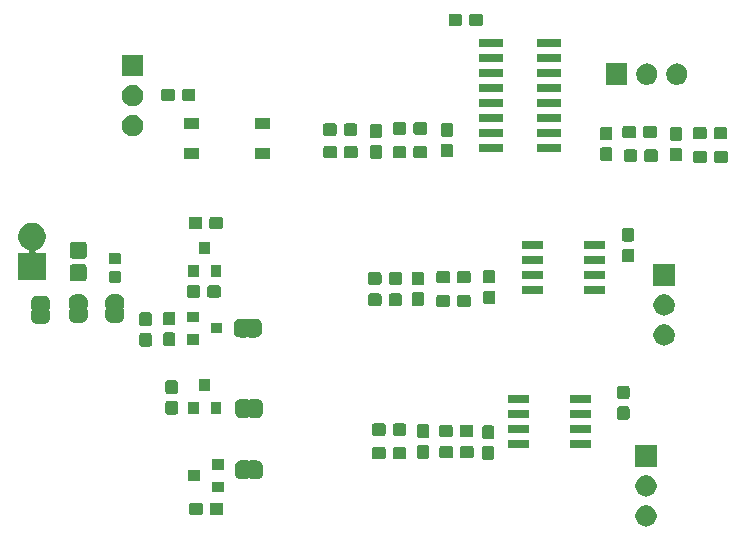
<source format=gts>
G04 #@! TF.GenerationSoftware,KiCad,Pcbnew,(5.1.5-0)*
G04 #@! TF.CreationDate,2021-08-17T13:30:23-06:00*
G04 #@! TF.ProjectId,HX711_710_711_720,48583731-315f-4373-9130-5f3731315f37,rev?*
G04 #@! TF.SameCoordinates,Original*
G04 #@! TF.FileFunction,Soldermask,Top*
G04 #@! TF.FilePolarity,Negative*
%FSLAX46Y46*%
G04 Gerber Fmt 4.6, Leading zero omitted, Abs format (unit mm)*
G04 Created by KiCad (PCBNEW (5.1.5-0)) date 2021-08-17 13:30:23*
%MOMM*%
%LPD*%
G04 APERTURE LIST*
%ADD10C,0.100000*%
G04 APERTURE END LIST*
D10*
G36*
X168588513Y-93508928D02*
G01*
X168737813Y-93538625D01*
X168901785Y-93606545D01*
X169049355Y-93705148D01*
X169174854Y-93830647D01*
X169273457Y-93978217D01*
X169341377Y-94142189D01*
X169376001Y-94316260D01*
X169376001Y-94493742D01*
X169341377Y-94667813D01*
X169273457Y-94831785D01*
X169174854Y-94979355D01*
X169049355Y-95104854D01*
X168901785Y-95203457D01*
X168737813Y-95271377D01*
X168588513Y-95301074D01*
X168563743Y-95306001D01*
X168386259Y-95306001D01*
X168361489Y-95301074D01*
X168212189Y-95271377D01*
X168048217Y-95203457D01*
X167900647Y-95104854D01*
X167775148Y-94979355D01*
X167676545Y-94831785D01*
X167608625Y-94667813D01*
X167574001Y-94493742D01*
X167574001Y-94316260D01*
X167608625Y-94142189D01*
X167676545Y-93978217D01*
X167775148Y-93830647D01*
X167900647Y-93705148D01*
X168048217Y-93606545D01*
X168212189Y-93538625D01*
X168361489Y-93508928D01*
X168386259Y-93504001D01*
X168563743Y-93504001D01*
X168588513Y-93508928D01*
G37*
G36*
X132514499Y-93278445D02*
G01*
X132551995Y-93289820D01*
X132586554Y-93308292D01*
X132616847Y-93333153D01*
X132641708Y-93363446D01*
X132660180Y-93398005D01*
X132671555Y-93435501D01*
X132676000Y-93480638D01*
X132676000Y-94119362D01*
X132671555Y-94164499D01*
X132660180Y-94201995D01*
X132641708Y-94236554D01*
X132616847Y-94266847D01*
X132586554Y-94291708D01*
X132551995Y-94310180D01*
X132514499Y-94321555D01*
X132469362Y-94326000D01*
X131730638Y-94326000D01*
X131685501Y-94321555D01*
X131648005Y-94310180D01*
X131613446Y-94291708D01*
X131583153Y-94266847D01*
X131558292Y-94236554D01*
X131539820Y-94201995D01*
X131528445Y-94164499D01*
X131524000Y-94119362D01*
X131524000Y-93480638D01*
X131528445Y-93435501D01*
X131539820Y-93398005D01*
X131558292Y-93363446D01*
X131583153Y-93333153D01*
X131613446Y-93308292D01*
X131648005Y-93289820D01*
X131685501Y-93278445D01*
X131730638Y-93274000D01*
X132469362Y-93274000D01*
X132514499Y-93278445D01*
G37*
G36*
X130764499Y-93278445D02*
G01*
X130801995Y-93289820D01*
X130836554Y-93308292D01*
X130866847Y-93333153D01*
X130891708Y-93363446D01*
X130910180Y-93398005D01*
X130921555Y-93435501D01*
X130926000Y-93480638D01*
X130926000Y-94119362D01*
X130921555Y-94164499D01*
X130910180Y-94201995D01*
X130891708Y-94236554D01*
X130866847Y-94266847D01*
X130836554Y-94291708D01*
X130801995Y-94310180D01*
X130764499Y-94321555D01*
X130719362Y-94326000D01*
X129980638Y-94326000D01*
X129935501Y-94321555D01*
X129898005Y-94310180D01*
X129863446Y-94291708D01*
X129833153Y-94266847D01*
X129808292Y-94236554D01*
X129789820Y-94201995D01*
X129778445Y-94164499D01*
X129774000Y-94119362D01*
X129774000Y-93480638D01*
X129778445Y-93435501D01*
X129789820Y-93398005D01*
X129808292Y-93363446D01*
X129833153Y-93333153D01*
X129863446Y-93308292D01*
X129898005Y-93289820D01*
X129935501Y-93278445D01*
X129980638Y-93274000D01*
X130719362Y-93274000D01*
X130764499Y-93278445D01*
G37*
G36*
X168588513Y-90968928D02*
G01*
X168737813Y-90998625D01*
X168901785Y-91066545D01*
X169049355Y-91165148D01*
X169174854Y-91290647D01*
X169273457Y-91438217D01*
X169341377Y-91602189D01*
X169376001Y-91776260D01*
X169376001Y-91953742D01*
X169341377Y-92127813D01*
X169273457Y-92291785D01*
X169174854Y-92439355D01*
X169049355Y-92564854D01*
X168901785Y-92663457D01*
X168737813Y-92731377D01*
X168588513Y-92761074D01*
X168563743Y-92766001D01*
X168386259Y-92766001D01*
X168361489Y-92761074D01*
X168212189Y-92731377D01*
X168048217Y-92663457D01*
X167900647Y-92564854D01*
X167775148Y-92439355D01*
X167676545Y-92291785D01*
X167608625Y-92127813D01*
X167574001Y-91953742D01*
X167574001Y-91776260D01*
X167608625Y-91602189D01*
X167676545Y-91438217D01*
X167775148Y-91290647D01*
X167900647Y-91165148D01*
X168048217Y-91066545D01*
X168212189Y-90998625D01*
X168361489Y-90968928D01*
X168386259Y-90964001D01*
X168563743Y-90964001D01*
X168588513Y-90968928D01*
G37*
G36*
X132701000Y-92401000D02*
G01*
X131699000Y-92401000D01*
X131699000Y-91499000D01*
X132701000Y-91499000D01*
X132701000Y-92401000D01*
G37*
G36*
X130701000Y-91451000D02*
G01*
X129699000Y-91451000D01*
X129699000Y-90549000D01*
X130701000Y-90549000D01*
X130701000Y-91451000D01*
G37*
G36*
X134709999Y-89699737D02*
G01*
X134719608Y-89702652D01*
X134728472Y-89707390D01*
X134736237Y-89713763D01*
X134746448Y-89726206D01*
X134753378Y-89736575D01*
X134770705Y-89753902D01*
X134791080Y-89767515D01*
X134813720Y-89776891D01*
X134837753Y-89781671D01*
X134862257Y-89781670D01*
X134886290Y-89776888D01*
X134908929Y-89767510D01*
X134929302Y-89753895D01*
X134946629Y-89736568D01*
X134953558Y-89726198D01*
X134963763Y-89713763D01*
X134971528Y-89707390D01*
X134980392Y-89702652D01*
X134990001Y-89699737D01*
X135006140Y-89698148D01*
X135493861Y-89698148D01*
X135512199Y-89699954D01*
X135524450Y-89700556D01*
X135542869Y-89700556D01*
X135565149Y-89702750D01*
X135649233Y-89719476D01*
X135670660Y-89725976D01*
X135749858Y-89758780D01*
X135755303Y-89761691D01*
X135755309Y-89761693D01*
X135764169Y-89766429D01*
X135764173Y-89766432D01*
X135769614Y-89769340D01*
X135840899Y-89816971D01*
X135858204Y-89831172D01*
X135918828Y-89891796D01*
X135933029Y-89909101D01*
X135980660Y-89980386D01*
X135983568Y-89985827D01*
X135983571Y-89985831D01*
X135988307Y-89994691D01*
X135988309Y-89994697D01*
X135991220Y-90000142D01*
X136024024Y-90079340D01*
X136030524Y-90100767D01*
X136047250Y-90184851D01*
X136049444Y-90207131D01*
X136049444Y-90225550D01*
X136050046Y-90237801D01*
X136051852Y-90256139D01*
X136051852Y-90743862D01*
X136050046Y-90762199D01*
X136049444Y-90774450D01*
X136049444Y-90792869D01*
X136047250Y-90815149D01*
X136030524Y-90899233D01*
X136024024Y-90920660D01*
X135991220Y-90999858D01*
X135988309Y-91005303D01*
X135988307Y-91005309D01*
X135983571Y-91014169D01*
X135983568Y-91014173D01*
X135980660Y-91019614D01*
X135933029Y-91090899D01*
X135918828Y-91108204D01*
X135858204Y-91168828D01*
X135840899Y-91183029D01*
X135769614Y-91230660D01*
X135764173Y-91233568D01*
X135764169Y-91233571D01*
X135755309Y-91238307D01*
X135755303Y-91238309D01*
X135749858Y-91241220D01*
X135670660Y-91274024D01*
X135649233Y-91280524D01*
X135565149Y-91297250D01*
X135542869Y-91299444D01*
X135524450Y-91299444D01*
X135512199Y-91300046D01*
X135493862Y-91301852D01*
X135006140Y-91301852D01*
X134990001Y-91300263D01*
X134980392Y-91297348D01*
X134971528Y-91292610D01*
X134963763Y-91286237D01*
X134953552Y-91273794D01*
X134946622Y-91263425D01*
X134929295Y-91246098D01*
X134908920Y-91232485D01*
X134886280Y-91223109D01*
X134862247Y-91218329D01*
X134837743Y-91218330D01*
X134813710Y-91223112D01*
X134791071Y-91232490D01*
X134770698Y-91246105D01*
X134753371Y-91263432D01*
X134746442Y-91273802D01*
X134736237Y-91286237D01*
X134728472Y-91292610D01*
X134719608Y-91297348D01*
X134709999Y-91300263D01*
X134693860Y-91301852D01*
X134206138Y-91301852D01*
X134187801Y-91300046D01*
X134175550Y-91299444D01*
X134157131Y-91299444D01*
X134134851Y-91297250D01*
X134050767Y-91280524D01*
X134029340Y-91274024D01*
X133950142Y-91241220D01*
X133944697Y-91238309D01*
X133944691Y-91238307D01*
X133935831Y-91233571D01*
X133935827Y-91233568D01*
X133930386Y-91230660D01*
X133859101Y-91183029D01*
X133841796Y-91168828D01*
X133781172Y-91108204D01*
X133766971Y-91090899D01*
X133719340Y-91019614D01*
X133716432Y-91014173D01*
X133716429Y-91014169D01*
X133711693Y-91005309D01*
X133711691Y-91005303D01*
X133708780Y-90999858D01*
X133675976Y-90920660D01*
X133669476Y-90899233D01*
X133652750Y-90815149D01*
X133650556Y-90792869D01*
X133650556Y-90774450D01*
X133649954Y-90762199D01*
X133648148Y-90743862D01*
X133648148Y-90256139D01*
X133649954Y-90237801D01*
X133650556Y-90225550D01*
X133650556Y-90207131D01*
X133652750Y-90184851D01*
X133669476Y-90100767D01*
X133675976Y-90079340D01*
X133708780Y-90000142D01*
X133711691Y-89994697D01*
X133711693Y-89994691D01*
X133716429Y-89985831D01*
X133716432Y-89985827D01*
X133719340Y-89980386D01*
X133766971Y-89909101D01*
X133781172Y-89891796D01*
X133841796Y-89831172D01*
X133859101Y-89816971D01*
X133930386Y-89769340D01*
X133935827Y-89766432D01*
X133935831Y-89766429D01*
X133944691Y-89761693D01*
X133944697Y-89761691D01*
X133950142Y-89758780D01*
X134029340Y-89725976D01*
X134050767Y-89719476D01*
X134134851Y-89702750D01*
X134157131Y-89700556D01*
X134175550Y-89700556D01*
X134187801Y-89699954D01*
X134206139Y-89698148D01*
X134693860Y-89698148D01*
X134709999Y-89699737D01*
G37*
G36*
X132701000Y-90501000D02*
G01*
X131699000Y-90501000D01*
X131699000Y-89599000D01*
X132701000Y-89599000D01*
X132701000Y-90501000D01*
G37*
G36*
X169376001Y-90226001D02*
G01*
X167574001Y-90226001D01*
X167574001Y-88424001D01*
X169376001Y-88424001D01*
X169376001Y-90226001D01*
G37*
G36*
X155464499Y-88503445D02*
G01*
X155501995Y-88514820D01*
X155536554Y-88533292D01*
X155566847Y-88558153D01*
X155591708Y-88588446D01*
X155610180Y-88623005D01*
X155621555Y-88660501D01*
X155626000Y-88705638D01*
X155626000Y-89444362D01*
X155621555Y-89489499D01*
X155610180Y-89526995D01*
X155591708Y-89561554D01*
X155566847Y-89591847D01*
X155536554Y-89616708D01*
X155501995Y-89635180D01*
X155464499Y-89646555D01*
X155419362Y-89651000D01*
X154780638Y-89651000D01*
X154735501Y-89646555D01*
X154698005Y-89635180D01*
X154663446Y-89616708D01*
X154633153Y-89591847D01*
X154608292Y-89561554D01*
X154589820Y-89526995D01*
X154578445Y-89489499D01*
X154574000Y-89444362D01*
X154574000Y-88705638D01*
X154578445Y-88660501D01*
X154589820Y-88623005D01*
X154608292Y-88588446D01*
X154633153Y-88558153D01*
X154663446Y-88533292D01*
X154698005Y-88514820D01*
X154735501Y-88503445D01*
X154780638Y-88499000D01*
X155419362Y-88499000D01*
X155464499Y-88503445D01*
G37*
G36*
X148014499Y-88578445D02*
G01*
X148051995Y-88589820D01*
X148086554Y-88608292D01*
X148116847Y-88633153D01*
X148141708Y-88663446D01*
X148160180Y-88698005D01*
X148171555Y-88735501D01*
X148176000Y-88780638D01*
X148176000Y-89419362D01*
X148171555Y-89464499D01*
X148160180Y-89501995D01*
X148141708Y-89536554D01*
X148116847Y-89566847D01*
X148086554Y-89591708D01*
X148051995Y-89610180D01*
X148014499Y-89621555D01*
X147969362Y-89626000D01*
X147230638Y-89626000D01*
X147185501Y-89621555D01*
X147148005Y-89610180D01*
X147113446Y-89591708D01*
X147083153Y-89566847D01*
X147058292Y-89536554D01*
X147039820Y-89501995D01*
X147028445Y-89464499D01*
X147024000Y-89419362D01*
X147024000Y-88780638D01*
X147028445Y-88735501D01*
X147039820Y-88698005D01*
X147058292Y-88663446D01*
X147083153Y-88633153D01*
X147113446Y-88608292D01*
X147148005Y-88589820D01*
X147185501Y-88578445D01*
X147230638Y-88574000D01*
X147969362Y-88574000D01*
X148014499Y-88578445D01*
G37*
G36*
X146264499Y-88578445D02*
G01*
X146301995Y-88589820D01*
X146336554Y-88608292D01*
X146366847Y-88633153D01*
X146391708Y-88663446D01*
X146410180Y-88698005D01*
X146421555Y-88735501D01*
X146426000Y-88780638D01*
X146426000Y-89419362D01*
X146421555Y-89464499D01*
X146410180Y-89501995D01*
X146391708Y-89536554D01*
X146366847Y-89566847D01*
X146336554Y-89591708D01*
X146301995Y-89610180D01*
X146264499Y-89621555D01*
X146219362Y-89626000D01*
X145480638Y-89626000D01*
X145435501Y-89621555D01*
X145398005Y-89610180D01*
X145363446Y-89591708D01*
X145333153Y-89566847D01*
X145308292Y-89536554D01*
X145289820Y-89501995D01*
X145278445Y-89464499D01*
X145274000Y-89419362D01*
X145274000Y-88780638D01*
X145278445Y-88735501D01*
X145289820Y-88698005D01*
X145308292Y-88663446D01*
X145333153Y-88633153D01*
X145363446Y-88608292D01*
X145398005Y-88589820D01*
X145435501Y-88578445D01*
X145480638Y-88574000D01*
X146219362Y-88574000D01*
X146264499Y-88578445D01*
G37*
G36*
X149964499Y-88403445D02*
G01*
X150001995Y-88414820D01*
X150036554Y-88433292D01*
X150066847Y-88458153D01*
X150091708Y-88488446D01*
X150110180Y-88523005D01*
X150121555Y-88560501D01*
X150126000Y-88605638D01*
X150126000Y-89344362D01*
X150121555Y-89389499D01*
X150110180Y-89426995D01*
X150091708Y-89461554D01*
X150066847Y-89491847D01*
X150036554Y-89516708D01*
X150001995Y-89535180D01*
X149964499Y-89546555D01*
X149919362Y-89551000D01*
X149280638Y-89551000D01*
X149235501Y-89546555D01*
X149198005Y-89535180D01*
X149163446Y-89516708D01*
X149133153Y-89491847D01*
X149108292Y-89461554D01*
X149089820Y-89426995D01*
X149078445Y-89389499D01*
X149074000Y-89344362D01*
X149074000Y-88605638D01*
X149078445Y-88560501D01*
X149089820Y-88523005D01*
X149108292Y-88488446D01*
X149133153Y-88458153D01*
X149163446Y-88433292D01*
X149198005Y-88414820D01*
X149235501Y-88403445D01*
X149280638Y-88399000D01*
X149919362Y-88399000D01*
X149964499Y-88403445D01*
G37*
G36*
X153714499Y-88478445D02*
G01*
X153751995Y-88489820D01*
X153786554Y-88508292D01*
X153816847Y-88533153D01*
X153841708Y-88563446D01*
X153860180Y-88598005D01*
X153871555Y-88635501D01*
X153876000Y-88680638D01*
X153876000Y-89319362D01*
X153871555Y-89364499D01*
X153860180Y-89401995D01*
X153841708Y-89436554D01*
X153816847Y-89466847D01*
X153786554Y-89491708D01*
X153751995Y-89510180D01*
X153714499Y-89521555D01*
X153669362Y-89526000D01*
X152930638Y-89526000D01*
X152885501Y-89521555D01*
X152848005Y-89510180D01*
X152813446Y-89491708D01*
X152783153Y-89466847D01*
X152758292Y-89436554D01*
X152739820Y-89401995D01*
X152728445Y-89364499D01*
X152724000Y-89319362D01*
X152724000Y-88680638D01*
X152728445Y-88635501D01*
X152739820Y-88598005D01*
X152758292Y-88563446D01*
X152783153Y-88533153D01*
X152813446Y-88508292D01*
X152848005Y-88489820D01*
X152885501Y-88478445D01*
X152930638Y-88474000D01*
X153669362Y-88474000D01*
X153714499Y-88478445D01*
G37*
G36*
X151964499Y-88478445D02*
G01*
X152001995Y-88489820D01*
X152036554Y-88508292D01*
X152066847Y-88533153D01*
X152091708Y-88563446D01*
X152110180Y-88598005D01*
X152121555Y-88635501D01*
X152126000Y-88680638D01*
X152126000Y-89319362D01*
X152121555Y-89364499D01*
X152110180Y-89401995D01*
X152091708Y-89436554D01*
X152066847Y-89466847D01*
X152036554Y-89491708D01*
X152001995Y-89510180D01*
X151964499Y-89521555D01*
X151919362Y-89526000D01*
X151180638Y-89526000D01*
X151135501Y-89521555D01*
X151098005Y-89510180D01*
X151063446Y-89491708D01*
X151033153Y-89466847D01*
X151008292Y-89436554D01*
X150989820Y-89401995D01*
X150978445Y-89364499D01*
X150974000Y-89319362D01*
X150974000Y-88680638D01*
X150978445Y-88635501D01*
X150989820Y-88598005D01*
X151008292Y-88563446D01*
X151033153Y-88533153D01*
X151063446Y-88508292D01*
X151098005Y-88489820D01*
X151135501Y-88478445D01*
X151180638Y-88474000D01*
X151919362Y-88474000D01*
X151964499Y-88478445D01*
G37*
G36*
X163709928Y-87956764D02*
G01*
X163731009Y-87963160D01*
X163750445Y-87973548D01*
X163767476Y-87987524D01*
X163781452Y-88004555D01*
X163791840Y-88023991D01*
X163798236Y-88045072D01*
X163801000Y-88073140D01*
X163801000Y-88536860D01*
X163798236Y-88564928D01*
X163791840Y-88586009D01*
X163781452Y-88605445D01*
X163767476Y-88622476D01*
X163750445Y-88636452D01*
X163731009Y-88646840D01*
X163709928Y-88653236D01*
X163681860Y-88656000D01*
X162168140Y-88656000D01*
X162140072Y-88653236D01*
X162118991Y-88646840D01*
X162099555Y-88636452D01*
X162082524Y-88622476D01*
X162068548Y-88605445D01*
X162058160Y-88586009D01*
X162051764Y-88564928D01*
X162049000Y-88536860D01*
X162049000Y-88073140D01*
X162051764Y-88045072D01*
X162058160Y-88023991D01*
X162068548Y-88004555D01*
X162082524Y-87987524D01*
X162099555Y-87973548D01*
X162118991Y-87963160D01*
X162140072Y-87956764D01*
X162168140Y-87954000D01*
X163681860Y-87954000D01*
X163709928Y-87956764D01*
G37*
G36*
X158459928Y-87956764D02*
G01*
X158481009Y-87963160D01*
X158500445Y-87973548D01*
X158517476Y-87987524D01*
X158531452Y-88004555D01*
X158541840Y-88023991D01*
X158548236Y-88045072D01*
X158551000Y-88073140D01*
X158551000Y-88536860D01*
X158548236Y-88564928D01*
X158541840Y-88586009D01*
X158531452Y-88605445D01*
X158517476Y-88622476D01*
X158500445Y-88636452D01*
X158481009Y-88646840D01*
X158459928Y-88653236D01*
X158431860Y-88656000D01*
X156918140Y-88656000D01*
X156890072Y-88653236D01*
X156868991Y-88646840D01*
X156849555Y-88636452D01*
X156832524Y-88622476D01*
X156818548Y-88605445D01*
X156808160Y-88586009D01*
X156801764Y-88564928D01*
X156799000Y-88536860D01*
X156799000Y-88073140D01*
X156801764Y-88045072D01*
X156808160Y-88023991D01*
X156818548Y-88004555D01*
X156832524Y-87987524D01*
X156849555Y-87973548D01*
X156868991Y-87963160D01*
X156890072Y-87956764D01*
X156918140Y-87954000D01*
X158431860Y-87954000D01*
X158459928Y-87956764D01*
G37*
G36*
X155464499Y-86753445D02*
G01*
X155501995Y-86764820D01*
X155536554Y-86783292D01*
X155566847Y-86808153D01*
X155591708Y-86838446D01*
X155610180Y-86873005D01*
X155621555Y-86910501D01*
X155626000Y-86955638D01*
X155626000Y-87694362D01*
X155621555Y-87739499D01*
X155610180Y-87776995D01*
X155591708Y-87811554D01*
X155566847Y-87841847D01*
X155536554Y-87866708D01*
X155501995Y-87885180D01*
X155464499Y-87896555D01*
X155419362Y-87901000D01*
X154780638Y-87901000D01*
X154735501Y-87896555D01*
X154698005Y-87885180D01*
X154663446Y-87866708D01*
X154633153Y-87841847D01*
X154608292Y-87811554D01*
X154589820Y-87776995D01*
X154578445Y-87739499D01*
X154574000Y-87694362D01*
X154574000Y-86955638D01*
X154578445Y-86910501D01*
X154589820Y-86873005D01*
X154608292Y-86838446D01*
X154633153Y-86808153D01*
X154663446Y-86783292D01*
X154698005Y-86764820D01*
X154735501Y-86753445D01*
X154780638Y-86749000D01*
X155419362Y-86749000D01*
X155464499Y-86753445D01*
G37*
G36*
X149964499Y-86653445D02*
G01*
X150001995Y-86664820D01*
X150036554Y-86683292D01*
X150066847Y-86708153D01*
X150091708Y-86738446D01*
X150110180Y-86773005D01*
X150121555Y-86810501D01*
X150126000Y-86855638D01*
X150126000Y-87594362D01*
X150121555Y-87639499D01*
X150110180Y-87676995D01*
X150091708Y-87711554D01*
X150066847Y-87741847D01*
X150036554Y-87766708D01*
X150001995Y-87785180D01*
X149964499Y-87796555D01*
X149919362Y-87801000D01*
X149280638Y-87801000D01*
X149235501Y-87796555D01*
X149198005Y-87785180D01*
X149163446Y-87766708D01*
X149133153Y-87741847D01*
X149108292Y-87711554D01*
X149089820Y-87676995D01*
X149078445Y-87639499D01*
X149074000Y-87594362D01*
X149074000Y-86855638D01*
X149078445Y-86810501D01*
X149089820Y-86773005D01*
X149108292Y-86738446D01*
X149133153Y-86708153D01*
X149163446Y-86683292D01*
X149198005Y-86664820D01*
X149235501Y-86653445D01*
X149280638Y-86649000D01*
X149919362Y-86649000D01*
X149964499Y-86653445D01*
G37*
G36*
X153689499Y-86678445D02*
G01*
X153726995Y-86689820D01*
X153761554Y-86708292D01*
X153791847Y-86733153D01*
X153816708Y-86763446D01*
X153835180Y-86798005D01*
X153846555Y-86835501D01*
X153851000Y-86880638D01*
X153851000Y-87519362D01*
X153846555Y-87564499D01*
X153835180Y-87601995D01*
X153816708Y-87636554D01*
X153791847Y-87666847D01*
X153761554Y-87691708D01*
X153726995Y-87710180D01*
X153689499Y-87721555D01*
X153644362Y-87726000D01*
X152905638Y-87726000D01*
X152860501Y-87721555D01*
X152823005Y-87710180D01*
X152788446Y-87691708D01*
X152758153Y-87666847D01*
X152733292Y-87636554D01*
X152714820Y-87601995D01*
X152703445Y-87564499D01*
X152699000Y-87519362D01*
X152699000Y-86880638D01*
X152703445Y-86835501D01*
X152714820Y-86798005D01*
X152733292Y-86763446D01*
X152758153Y-86733153D01*
X152788446Y-86708292D01*
X152823005Y-86689820D01*
X152860501Y-86678445D01*
X152905638Y-86674000D01*
X153644362Y-86674000D01*
X153689499Y-86678445D01*
G37*
G36*
X151939499Y-86678445D02*
G01*
X151976995Y-86689820D01*
X152011554Y-86708292D01*
X152041847Y-86733153D01*
X152066708Y-86763446D01*
X152085180Y-86798005D01*
X152096555Y-86835501D01*
X152101000Y-86880638D01*
X152101000Y-87519362D01*
X152096555Y-87564499D01*
X152085180Y-87601995D01*
X152066708Y-87636554D01*
X152041847Y-87666847D01*
X152011554Y-87691708D01*
X151976995Y-87710180D01*
X151939499Y-87721555D01*
X151894362Y-87726000D01*
X151155638Y-87726000D01*
X151110501Y-87721555D01*
X151073005Y-87710180D01*
X151038446Y-87691708D01*
X151008153Y-87666847D01*
X150983292Y-87636554D01*
X150964820Y-87601995D01*
X150953445Y-87564499D01*
X150949000Y-87519362D01*
X150949000Y-86880638D01*
X150953445Y-86835501D01*
X150964820Y-86798005D01*
X150983292Y-86763446D01*
X151008153Y-86733153D01*
X151038446Y-86708292D01*
X151073005Y-86689820D01*
X151110501Y-86678445D01*
X151155638Y-86674000D01*
X151894362Y-86674000D01*
X151939499Y-86678445D01*
G37*
G36*
X146264499Y-86578445D02*
G01*
X146301995Y-86589820D01*
X146336554Y-86608292D01*
X146366847Y-86633153D01*
X146391708Y-86663446D01*
X146410180Y-86698005D01*
X146421555Y-86735501D01*
X146426000Y-86780638D01*
X146426000Y-87419362D01*
X146421555Y-87464499D01*
X146410180Y-87501995D01*
X146391708Y-87536554D01*
X146366847Y-87566847D01*
X146336554Y-87591708D01*
X146301995Y-87610180D01*
X146264499Y-87621555D01*
X146219362Y-87626000D01*
X145480638Y-87626000D01*
X145435501Y-87621555D01*
X145398005Y-87610180D01*
X145363446Y-87591708D01*
X145333153Y-87566847D01*
X145308292Y-87536554D01*
X145289820Y-87501995D01*
X145278445Y-87464499D01*
X145274000Y-87419362D01*
X145274000Y-86780638D01*
X145278445Y-86735501D01*
X145289820Y-86698005D01*
X145308292Y-86663446D01*
X145333153Y-86633153D01*
X145363446Y-86608292D01*
X145398005Y-86589820D01*
X145435501Y-86578445D01*
X145480638Y-86574000D01*
X146219362Y-86574000D01*
X146264499Y-86578445D01*
G37*
G36*
X148014499Y-86578445D02*
G01*
X148051995Y-86589820D01*
X148086554Y-86608292D01*
X148116847Y-86633153D01*
X148141708Y-86663446D01*
X148160180Y-86698005D01*
X148171555Y-86735501D01*
X148176000Y-86780638D01*
X148176000Y-87419362D01*
X148171555Y-87464499D01*
X148160180Y-87501995D01*
X148141708Y-87536554D01*
X148116847Y-87566847D01*
X148086554Y-87591708D01*
X148051995Y-87610180D01*
X148014499Y-87621555D01*
X147969362Y-87626000D01*
X147230638Y-87626000D01*
X147185501Y-87621555D01*
X147148005Y-87610180D01*
X147113446Y-87591708D01*
X147083153Y-87566847D01*
X147058292Y-87536554D01*
X147039820Y-87501995D01*
X147028445Y-87464499D01*
X147024000Y-87419362D01*
X147024000Y-86780638D01*
X147028445Y-86735501D01*
X147039820Y-86698005D01*
X147058292Y-86663446D01*
X147083153Y-86633153D01*
X147113446Y-86608292D01*
X147148005Y-86589820D01*
X147185501Y-86578445D01*
X147230638Y-86574000D01*
X147969362Y-86574000D01*
X148014499Y-86578445D01*
G37*
G36*
X158459928Y-86686764D02*
G01*
X158481009Y-86693160D01*
X158500445Y-86703548D01*
X158517476Y-86717524D01*
X158531452Y-86734555D01*
X158541840Y-86753991D01*
X158548236Y-86775072D01*
X158551000Y-86803140D01*
X158551000Y-87266860D01*
X158548236Y-87294928D01*
X158541840Y-87316009D01*
X158531452Y-87335445D01*
X158517476Y-87352476D01*
X158500445Y-87366452D01*
X158481009Y-87376840D01*
X158459928Y-87383236D01*
X158431860Y-87386000D01*
X156918140Y-87386000D01*
X156890072Y-87383236D01*
X156868991Y-87376840D01*
X156849555Y-87366452D01*
X156832524Y-87352476D01*
X156818548Y-87335445D01*
X156808160Y-87316009D01*
X156801764Y-87294928D01*
X156799000Y-87266860D01*
X156799000Y-86803140D01*
X156801764Y-86775072D01*
X156808160Y-86753991D01*
X156818548Y-86734555D01*
X156832524Y-86717524D01*
X156849555Y-86703548D01*
X156868991Y-86693160D01*
X156890072Y-86686764D01*
X156918140Y-86684000D01*
X158431860Y-86684000D01*
X158459928Y-86686764D01*
G37*
G36*
X163709928Y-86686764D02*
G01*
X163731009Y-86693160D01*
X163750445Y-86703548D01*
X163767476Y-86717524D01*
X163781452Y-86734555D01*
X163791840Y-86753991D01*
X163798236Y-86775072D01*
X163801000Y-86803140D01*
X163801000Y-87266860D01*
X163798236Y-87294928D01*
X163791840Y-87316009D01*
X163781452Y-87335445D01*
X163767476Y-87352476D01*
X163750445Y-87366452D01*
X163731009Y-87376840D01*
X163709928Y-87383236D01*
X163681860Y-87386000D01*
X162168140Y-87386000D01*
X162140072Y-87383236D01*
X162118991Y-87376840D01*
X162099555Y-87366452D01*
X162082524Y-87352476D01*
X162068548Y-87335445D01*
X162058160Y-87316009D01*
X162051764Y-87294928D01*
X162049000Y-87266860D01*
X162049000Y-86803140D01*
X162051764Y-86775072D01*
X162058160Y-86753991D01*
X162068548Y-86734555D01*
X162082524Y-86717524D01*
X162099555Y-86703548D01*
X162118991Y-86693160D01*
X162140072Y-86686764D01*
X162168140Y-86684000D01*
X163681860Y-86684000D01*
X163709928Y-86686764D01*
G37*
G36*
X166914499Y-85128445D02*
G01*
X166951995Y-85139820D01*
X166986554Y-85158292D01*
X167016847Y-85183153D01*
X167041708Y-85213446D01*
X167060180Y-85248005D01*
X167071555Y-85285501D01*
X167076000Y-85330638D01*
X167076000Y-86069362D01*
X167071555Y-86114499D01*
X167060180Y-86151995D01*
X167041708Y-86186554D01*
X167016847Y-86216847D01*
X166986554Y-86241708D01*
X166951995Y-86260180D01*
X166914499Y-86271555D01*
X166869362Y-86276000D01*
X166230638Y-86276000D01*
X166185501Y-86271555D01*
X166148005Y-86260180D01*
X166113446Y-86241708D01*
X166083153Y-86216847D01*
X166058292Y-86186554D01*
X166039820Y-86151995D01*
X166028445Y-86114499D01*
X166024000Y-86069362D01*
X166024000Y-85330638D01*
X166028445Y-85285501D01*
X166039820Y-85248005D01*
X166058292Y-85213446D01*
X166083153Y-85183153D01*
X166113446Y-85158292D01*
X166148005Y-85139820D01*
X166185501Y-85128445D01*
X166230638Y-85124000D01*
X166869362Y-85124000D01*
X166914499Y-85128445D01*
G37*
G36*
X163709928Y-85416764D02*
G01*
X163731009Y-85423160D01*
X163750445Y-85433548D01*
X163767476Y-85447524D01*
X163781452Y-85464555D01*
X163791840Y-85483991D01*
X163798236Y-85505072D01*
X163801000Y-85533140D01*
X163801000Y-85996860D01*
X163798236Y-86024928D01*
X163791840Y-86046009D01*
X163781452Y-86065445D01*
X163767476Y-86082476D01*
X163750445Y-86096452D01*
X163731009Y-86106840D01*
X163709928Y-86113236D01*
X163681860Y-86116000D01*
X162168140Y-86116000D01*
X162140072Y-86113236D01*
X162118991Y-86106840D01*
X162099555Y-86096452D01*
X162082524Y-86082476D01*
X162068548Y-86065445D01*
X162058160Y-86046009D01*
X162051764Y-86024928D01*
X162049000Y-85996860D01*
X162049000Y-85533140D01*
X162051764Y-85505072D01*
X162058160Y-85483991D01*
X162068548Y-85464555D01*
X162082524Y-85447524D01*
X162099555Y-85433548D01*
X162118991Y-85423160D01*
X162140072Y-85416764D01*
X162168140Y-85414000D01*
X163681860Y-85414000D01*
X163709928Y-85416764D01*
G37*
G36*
X158459928Y-85416764D02*
G01*
X158481009Y-85423160D01*
X158500445Y-85433548D01*
X158517476Y-85447524D01*
X158531452Y-85464555D01*
X158541840Y-85483991D01*
X158548236Y-85505072D01*
X158551000Y-85533140D01*
X158551000Y-85996860D01*
X158548236Y-86024928D01*
X158541840Y-86046009D01*
X158531452Y-86065445D01*
X158517476Y-86082476D01*
X158500445Y-86096452D01*
X158481009Y-86106840D01*
X158459928Y-86113236D01*
X158431860Y-86116000D01*
X156918140Y-86116000D01*
X156890072Y-86113236D01*
X156868991Y-86106840D01*
X156849555Y-86096452D01*
X156832524Y-86082476D01*
X156818548Y-86065445D01*
X156808160Y-86046009D01*
X156801764Y-86024928D01*
X156799000Y-85996860D01*
X156799000Y-85533140D01*
X156801764Y-85505072D01*
X156808160Y-85483991D01*
X156818548Y-85464555D01*
X156832524Y-85447524D01*
X156849555Y-85433548D01*
X156868991Y-85423160D01*
X156890072Y-85416764D01*
X156918140Y-85414000D01*
X158431860Y-85414000D01*
X158459928Y-85416764D01*
G37*
G36*
X134709999Y-84499737D02*
G01*
X134719608Y-84502652D01*
X134728472Y-84507390D01*
X134736237Y-84513763D01*
X134746448Y-84526206D01*
X134753378Y-84536575D01*
X134770705Y-84553902D01*
X134791080Y-84567515D01*
X134813720Y-84576891D01*
X134837753Y-84581671D01*
X134862257Y-84581670D01*
X134886290Y-84576888D01*
X134908929Y-84567510D01*
X134929302Y-84553895D01*
X134946629Y-84536568D01*
X134953558Y-84526198D01*
X134963763Y-84513763D01*
X134971528Y-84507390D01*
X134980392Y-84502652D01*
X134990001Y-84499737D01*
X135006140Y-84498148D01*
X135493861Y-84498148D01*
X135512199Y-84499954D01*
X135524450Y-84500556D01*
X135542869Y-84500556D01*
X135565149Y-84502750D01*
X135649233Y-84519476D01*
X135670660Y-84525976D01*
X135749858Y-84558780D01*
X135755303Y-84561691D01*
X135755309Y-84561693D01*
X135764169Y-84566429D01*
X135764173Y-84566432D01*
X135769614Y-84569340D01*
X135840899Y-84616971D01*
X135858204Y-84631172D01*
X135918828Y-84691796D01*
X135933029Y-84709101D01*
X135980660Y-84780386D01*
X135983568Y-84785827D01*
X135983571Y-84785831D01*
X135988307Y-84794691D01*
X135988309Y-84794697D01*
X135991220Y-84800142D01*
X136024024Y-84879340D01*
X136030524Y-84900767D01*
X136047250Y-84984851D01*
X136049444Y-85007131D01*
X136049444Y-85025550D01*
X136050046Y-85037801D01*
X136051852Y-85056139D01*
X136051852Y-85543862D01*
X136050046Y-85562199D01*
X136049444Y-85574450D01*
X136049444Y-85592869D01*
X136047250Y-85615149D01*
X136030524Y-85699233D01*
X136024024Y-85720660D01*
X135991220Y-85799858D01*
X135988309Y-85805303D01*
X135988307Y-85805309D01*
X135983571Y-85814169D01*
X135983568Y-85814173D01*
X135980660Y-85819614D01*
X135933029Y-85890899D01*
X135918828Y-85908204D01*
X135858204Y-85968828D01*
X135840899Y-85983029D01*
X135769614Y-86030660D01*
X135764173Y-86033568D01*
X135764169Y-86033571D01*
X135755309Y-86038307D01*
X135755303Y-86038309D01*
X135749858Y-86041220D01*
X135670660Y-86074024D01*
X135649233Y-86080524D01*
X135565149Y-86097250D01*
X135542869Y-86099444D01*
X135524450Y-86099444D01*
X135512199Y-86100046D01*
X135493862Y-86101852D01*
X135006140Y-86101852D01*
X134990001Y-86100263D01*
X134980392Y-86097348D01*
X134971528Y-86092610D01*
X134963763Y-86086237D01*
X134953552Y-86073794D01*
X134946622Y-86063425D01*
X134929295Y-86046098D01*
X134908920Y-86032485D01*
X134886280Y-86023109D01*
X134862247Y-86018329D01*
X134837743Y-86018330D01*
X134813710Y-86023112D01*
X134791071Y-86032490D01*
X134770698Y-86046105D01*
X134753371Y-86063432D01*
X134746442Y-86073802D01*
X134736237Y-86086237D01*
X134728472Y-86092610D01*
X134719608Y-86097348D01*
X134709999Y-86100263D01*
X134693860Y-86101852D01*
X134206138Y-86101852D01*
X134187801Y-86100046D01*
X134175550Y-86099444D01*
X134157131Y-86099444D01*
X134134851Y-86097250D01*
X134050767Y-86080524D01*
X134029340Y-86074024D01*
X133950142Y-86041220D01*
X133944697Y-86038309D01*
X133944691Y-86038307D01*
X133935831Y-86033571D01*
X133935827Y-86033568D01*
X133930386Y-86030660D01*
X133859101Y-85983029D01*
X133841796Y-85968828D01*
X133781172Y-85908204D01*
X133766971Y-85890899D01*
X133719340Y-85819614D01*
X133716432Y-85814173D01*
X133716429Y-85814169D01*
X133711693Y-85805309D01*
X133711691Y-85805303D01*
X133708780Y-85799858D01*
X133675976Y-85720660D01*
X133669476Y-85699233D01*
X133652750Y-85615149D01*
X133650556Y-85592869D01*
X133650556Y-85574450D01*
X133649954Y-85562199D01*
X133648148Y-85543862D01*
X133648148Y-85056139D01*
X133649954Y-85037801D01*
X133650556Y-85025550D01*
X133650556Y-85007131D01*
X133652750Y-84984851D01*
X133669476Y-84900767D01*
X133675976Y-84879340D01*
X133708780Y-84800142D01*
X133711691Y-84794697D01*
X133711693Y-84794691D01*
X133716429Y-84785831D01*
X133716432Y-84785827D01*
X133719340Y-84780386D01*
X133766971Y-84709101D01*
X133781172Y-84691796D01*
X133841796Y-84631172D01*
X133859101Y-84616971D01*
X133930386Y-84569340D01*
X133935827Y-84566432D01*
X133935831Y-84566429D01*
X133944691Y-84561693D01*
X133944697Y-84561691D01*
X133950142Y-84558780D01*
X134029340Y-84525976D01*
X134050767Y-84519476D01*
X134134851Y-84502750D01*
X134157131Y-84500556D01*
X134175550Y-84500556D01*
X134187801Y-84499954D01*
X134206139Y-84498148D01*
X134693860Y-84498148D01*
X134709999Y-84499737D01*
G37*
G36*
X128664499Y-84678445D02*
G01*
X128701995Y-84689820D01*
X128736554Y-84708292D01*
X128766847Y-84733153D01*
X128791708Y-84763446D01*
X128810180Y-84798005D01*
X128821555Y-84835501D01*
X128826000Y-84880638D01*
X128826000Y-85619362D01*
X128821555Y-85664499D01*
X128810180Y-85701995D01*
X128791708Y-85736554D01*
X128766847Y-85766847D01*
X128736554Y-85791708D01*
X128701995Y-85810180D01*
X128664499Y-85821555D01*
X128619362Y-85826000D01*
X127980638Y-85826000D01*
X127935501Y-85821555D01*
X127898005Y-85810180D01*
X127863446Y-85791708D01*
X127833153Y-85766847D01*
X127808292Y-85736554D01*
X127789820Y-85701995D01*
X127778445Y-85664499D01*
X127774000Y-85619362D01*
X127774000Y-84880638D01*
X127778445Y-84835501D01*
X127789820Y-84798005D01*
X127808292Y-84763446D01*
X127833153Y-84733153D01*
X127863446Y-84708292D01*
X127898005Y-84689820D01*
X127935501Y-84678445D01*
X127980638Y-84674000D01*
X128619362Y-84674000D01*
X128664499Y-84678445D01*
G37*
G36*
X132501000Y-85801000D02*
G01*
X131599000Y-85801000D01*
X131599000Y-84799000D01*
X132501000Y-84799000D01*
X132501000Y-85801000D01*
G37*
G36*
X130601000Y-85801000D02*
G01*
X129699000Y-85801000D01*
X129699000Y-84799000D01*
X130601000Y-84799000D01*
X130601000Y-85801000D01*
G37*
G36*
X163709928Y-84146764D02*
G01*
X163731009Y-84153160D01*
X163750445Y-84163548D01*
X163767476Y-84177524D01*
X163781452Y-84194555D01*
X163791840Y-84213991D01*
X163798236Y-84235072D01*
X163801000Y-84263140D01*
X163801000Y-84726860D01*
X163798236Y-84754928D01*
X163791840Y-84776009D01*
X163781452Y-84795445D01*
X163767476Y-84812476D01*
X163750445Y-84826452D01*
X163731009Y-84836840D01*
X163709928Y-84843236D01*
X163681860Y-84846000D01*
X162168140Y-84846000D01*
X162140072Y-84843236D01*
X162118991Y-84836840D01*
X162099555Y-84826452D01*
X162082524Y-84812476D01*
X162068548Y-84795445D01*
X162058160Y-84776009D01*
X162051764Y-84754928D01*
X162049000Y-84726860D01*
X162049000Y-84263140D01*
X162051764Y-84235072D01*
X162058160Y-84213991D01*
X162068548Y-84194555D01*
X162082524Y-84177524D01*
X162099555Y-84163548D01*
X162118991Y-84153160D01*
X162140072Y-84146764D01*
X162168140Y-84144000D01*
X163681860Y-84144000D01*
X163709928Y-84146764D01*
G37*
G36*
X158459928Y-84146764D02*
G01*
X158481009Y-84153160D01*
X158500445Y-84163548D01*
X158517476Y-84177524D01*
X158531452Y-84194555D01*
X158541840Y-84213991D01*
X158548236Y-84235072D01*
X158551000Y-84263140D01*
X158551000Y-84726860D01*
X158548236Y-84754928D01*
X158541840Y-84776009D01*
X158531452Y-84795445D01*
X158517476Y-84812476D01*
X158500445Y-84826452D01*
X158481009Y-84836840D01*
X158459928Y-84843236D01*
X158431860Y-84846000D01*
X156918140Y-84846000D01*
X156890072Y-84843236D01*
X156868991Y-84836840D01*
X156849555Y-84826452D01*
X156832524Y-84812476D01*
X156818548Y-84795445D01*
X156808160Y-84776009D01*
X156801764Y-84754928D01*
X156799000Y-84726860D01*
X156799000Y-84263140D01*
X156801764Y-84235072D01*
X156808160Y-84213991D01*
X156818548Y-84194555D01*
X156832524Y-84177524D01*
X156849555Y-84163548D01*
X156868991Y-84153160D01*
X156890072Y-84146764D01*
X156918140Y-84144000D01*
X158431860Y-84144000D01*
X158459928Y-84146764D01*
G37*
G36*
X166914499Y-83378445D02*
G01*
X166951995Y-83389820D01*
X166986554Y-83408292D01*
X167016847Y-83433153D01*
X167041708Y-83463446D01*
X167060180Y-83498005D01*
X167071555Y-83535501D01*
X167076000Y-83580638D01*
X167076000Y-84319362D01*
X167071555Y-84364499D01*
X167060180Y-84401995D01*
X167041708Y-84436554D01*
X167016847Y-84466847D01*
X166986554Y-84491708D01*
X166951995Y-84510180D01*
X166914499Y-84521555D01*
X166869362Y-84526000D01*
X166230638Y-84526000D01*
X166185501Y-84521555D01*
X166148005Y-84510180D01*
X166113446Y-84491708D01*
X166083153Y-84466847D01*
X166058292Y-84436554D01*
X166039820Y-84401995D01*
X166028445Y-84364499D01*
X166024000Y-84319362D01*
X166024000Y-83580638D01*
X166028445Y-83535501D01*
X166039820Y-83498005D01*
X166058292Y-83463446D01*
X166083153Y-83433153D01*
X166113446Y-83408292D01*
X166148005Y-83389820D01*
X166185501Y-83378445D01*
X166230638Y-83374000D01*
X166869362Y-83374000D01*
X166914499Y-83378445D01*
G37*
G36*
X128664499Y-82928445D02*
G01*
X128701995Y-82939820D01*
X128736554Y-82958292D01*
X128766847Y-82983153D01*
X128791708Y-83013446D01*
X128810180Y-83048005D01*
X128821555Y-83085501D01*
X128826000Y-83130638D01*
X128826000Y-83869362D01*
X128821555Y-83914499D01*
X128810180Y-83951995D01*
X128791708Y-83986554D01*
X128766847Y-84016847D01*
X128736554Y-84041708D01*
X128701995Y-84060180D01*
X128664499Y-84071555D01*
X128619362Y-84076000D01*
X127980638Y-84076000D01*
X127935501Y-84071555D01*
X127898005Y-84060180D01*
X127863446Y-84041708D01*
X127833153Y-84016847D01*
X127808292Y-83986554D01*
X127789820Y-83951995D01*
X127778445Y-83914499D01*
X127774000Y-83869362D01*
X127774000Y-83130638D01*
X127778445Y-83085501D01*
X127789820Y-83048005D01*
X127808292Y-83013446D01*
X127833153Y-82983153D01*
X127863446Y-82958292D01*
X127898005Y-82939820D01*
X127935501Y-82928445D01*
X127980638Y-82924000D01*
X128619362Y-82924000D01*
X128664499Y-82928445D01*
G37*
G36*
X131551000Y-83801000D02*
G01*
X130649000Y-83801000D01*
X130649000Y-82799000D01*
X131551000Y-82799000D01*
X131551000Y-83801000D01*
G37*
G36*
X126464499Y-78928445D02*
G01*
X126501995Y-78939820D01*
X126536554Y-78958292D01*
X126566847Y-78983153D01*
X126591708Y-79013446D01*
X126610180Y-79048005D01*
X126621555Y-79085501D01*
X126626000Y-79130638D01*
X126626000Y-79869362D01*
X126621555Y-79914499D01*
X126610180Y-79951995D01*
X126591708Y-79986554D01*
X126566847Y-80016847D01*
X126536554Y-80041708D01*
X126501995Y-80060180D01*
X126464499Y-80071555D01*
X126419362Y-80076000D01*
X125780638Y-80076000D01*
X125735501Y-80071555D01*
X125698005Y-80060180D01*
X125663446Y-80041708D01*
X125633153Y-80016847D01*
X125608292Y-79986554D01*
X125589820Y-79951995D01*
X125578445Y-79914499D01*
X125574000Y-79869362D01*
X125574000Y-79130638D01*
X125578445Y-79085501D01*
X125589820Y-79048005D01*
X125608292Y-79013446D01*
X125633153Y-78983153D01*
X125663446Y-78958292D01*
X125698005Y-78939820D01*
X125735501Y-78928445D01*
X125780638Y-78924000D01*
X126419362Y-78924000D01*
X126464499Y-78928445D01*
G37*
G36*
X128464499Y-78878445D02*
G01*
X128501995Y-78889820D01*
X128536554Y-78908292D01*
X128566847Y-78933153D01*
X128591708Y-78963446D01*
X128610180Y-78998005D01*
X128621555Y-79035501D01*
X128626000Y-79080638D01*
X128626000Y-79819362D01*
X128621555Y-79864499D01*
X128610180Y-79901995D01*
X128591708Y-79936554D01*
X128566847Y-79966847D01*
X128536554Y-79991708D01*
X128501995Y-80010180D01*
X128464499Y-80021555D01*
X128419362Y-80026000D01*
X127780638Y-80026000D01*
X127735501Y-80021555D01*
X127698005Y-80010180D01*
X127663446Y-79991708D01*
X127633153Y-79966847D01*
X127608292Y-79936554D01*
X127589820Y-79901995D01*
X127578445Y-79864499D01*
X127574000Y-79819362D01*
X127574000Y-79080638D01*
X127578445Y-79035501D01*
X127589820Y-78998005D01*
X127608292Y-78963446D01*
X127633153Y-78933153D01*
X127663446Y-78908292D01*
X127698005Y-78889820D01*
X127735501Y-78878445D01*
X127780638Y-78874000D01*
X128419362Y-78874000D01*
X128464499Y-78878445D01*
G37*
G36*
X170113512Y-78183927D02*
G01*
X170262812Y-78213624D01*
X170426784Y-78281544D01*
X170574354Y-78380147D01*
X170699853Y-78505646D01*
X170798456Y-78653216D01*
X170866376Y-78817188D01*
X170901000Y-78991259D01*
X170901000Y-79168741D01*
X170866376Y-79342812D01*
X170798456Y-79506784D01*
X170699853Y-79654354D01*
X170574354Y-79779853D01*
X170426784Y-79878456D01*
X170262812Y-79946376D01*
X170113512Y-79976073D01*
X170088742Y-79981000D01*
X169911258Y-79981000D01*
X169886488Y-79976073D01*
X169737188Y-79946376D01*
X169573216Y-79878456D01*
X169425646Y-79779853D01*
X169300147Y-79654354D01*
X169201544Y-79506784D01*
X169133624Y-79342812D01*
X169099000Y-79168741D01*
X169099000Y-78991259D01*
X169133624Y-78817188D01*
X169201544Y-78653216D01*
X169300147Y-78505646D01*
X169425646Y-78380147D01*
X169573216Y-78281544D01*
X169737188Y-78213624D01*
X169886488Y-78183927D01*
X169911258Y-78179000D01*
X170088742Y-78179000D01*
X170113512Y-78183927D01*
G37*
G36*
X130601000Y-79901000D02*
G01*
X129599000Y-79901000D01*
X129599000Y-78999000D01*
X130601000Y-78999000D01*
X130601000Y-79901000D01*
G37*
G36*
X134609999Y-77699737D02*
G01*
X134619608Y-77702652D01*
X134628472Y-77707390D01*
X134636237Y-77713763D01*
X134646448Y-77726206D01*
X134653378Y-77736575D01*
X134670705Y-77753902D01*
X134691080Y-77767515D01*
X134713720Y-77776891D01*
X134737753Y-77781671D01*
X134762257Y-77781670D01*
X134786290Y-77776888D01*
X134808929Y-77767510D01*
X134829302Y-77753895D01*
X134846629Y-77736568D01*
X134853558Y-77726198D01*
X134863763Y-77713763D01*
X134871528Y-77707390D01*
X134880392Y-77702652D01*
X134890001Y-77699737D01*
X134906140Y-77698148D01*
X135393861Y-77698148D01*
X135412199Y-77699954D01*
X135424450Y-77700556D01*
X135442869Y-77700556D01*
X135465149Y-77702750D01*
X135549233Y-77719476D01*
X135570660Y-77725976D01*
X135649858Y-77758780D01*
X135655303Y-77761691D01*
X135655309Y-77761693D01*
X135664169Y-77766429D01*
X135664173Y-77766432D01*
X135669614Y-77769340D01*
X135740899Y-77816971D01*
X135758204Y-77831172D01*
X135818828Y-77891796D01*
X135833029Y-77909101D01*
X135880660Y-77980386D01*
X135883568Y-77985827D01*
X135883571Y-77985831D01*
X135888307Y-77994691D01*
X135888309Y-77994697D01*
X135891220Y-78000142D01*
X135924024Y-78079340D01*
X135930524Y-78100767D01*
X135947250Y-78184851D01*
X135949444Y-78207131D01*
X135949444Y-78225550D01*
X135950046Y-78237801D01*
X135951852Y-78256139D01*
X135951852Y-78743862D01*
X135950046Y-78762199D01*
X135949444Y-78774450D01*
X135949444Y-78792869D01*
X135947250Y-78815149D01*
X135930524Y-78899233D01*
X135924024Y-78920660D01*
X135891220Y-78999858D01*
X135888309Y-79005303D01*
X135888307Y-79005309D01*
X135883571Y-79014169D01*
X135883568Y-79014173D01*
X135880660Y-79019614D01*
X135833029Y-79090899D01*
X135818828Y-79108204D01*
X135758204Y-79168828D01*
X135740899Y-79183029D01*
X135669614Y-79230660D01*
X135664173Y-79233568D01*
X135664169Y-79233571D01*
X135655309Y-79238307D01*
X135655303Y-79238309D01*
X135649858Y-79241220D01*
X135570660Y-79274024D01*
X135549233Y-79280524D01*
X135465149Y-79297250D01*
X135442869Y-79299444D01*
X135424450Y-79299444D01*
X135412199Y-79300046D01*
X135393862Y-79301852D01*
X134906140Y-79301852D01*
X134890001Y-79300263D01*
X134880392Y-79297348D01*
X134871528Y-79292610D01*
X134863763Y-79286237D01*
X134853552Y-79273794D01*
X134846622Y-79263425D01*
X134829295Y-79246098D01*
X134808920Y-79232485D01*
X134786280Y-79223109D01*
X134762247Y-79218329D01*
X134737743Y-79218330D01*
X134713710Y-79223112D01*
X134691071Y-79232490D01*
X134670698Y-79246105D01*
X134653371Y-79263432D01*
X134646442Y-79273802D01*
X134636237Y-79286237D01*
X134628472Y-79292610D01*
X134619608Y-79297348D01*
X134609999Y-79300263D01*
X134593860Y-79301852D01*
X134106138Y-79301852D01*
X134087801Y-79300046D01*
X134075550Y-79299444D01*
X134057131Y-79299444D01*
X134034851Y-79297250D01*
X133950767Y-79280524D01*
X133929340Y-79274024D01*
X133850142Y-79241220D01*
X133844697Y-79238309D01*
X133844691Y-79238307D01*
X133835831Y-79233571D01*
X133835827Y-79233568D01*
X133830386Y-79230660D01*
X133759101Y-79183029D01*
X133741796Y-79168828D01*
X133681172Y-79108204D01*
X133666971Y-79090899D01*
X133619340Y-79019614D01*
X133616432Y-79014173D01*
X133616429Y-79014169D01*
X133611693Y-79005309D01*
X133611691Y-79005303D01*
X133608780Y-78999858D01*
X133575976Y-78920660D01*
X133569476Y-78899233D01*
X133552750Y-78815149D01*
X133550556Y-78792869D01*
X133550556Y-78774450D01*
X133549954Y-78762199D01*
X133548148Y-78743862D01*
X133548148Y-78256139D01*
X133549954Y-78237801D01*
X133550556Y-78225550D01*
X133550556Y-78207131D01*
X133552750Y-78184851D01*
X133569476Y-78100767D01*
X133575976Y-78079340D01*
X133608780Y-78000142D01*
X133611691Y-77994697D01*
X133611693Y-77994691D01*
X133616429Y-77985831D01*
X133616432Y-77985827D01*
X133619340Y-77980386D01*
X133666971Y-77909101D01*
X133681172Y-77891796D01*
X133741796Y-77831172D01*
X133759101Y-77816971D01*
X133830386Y-77769340D01*
X133835827Y-77766432D01*
X133835831Y-77766429D01*
X133844691Y-77761693D01*
X133844697Y-77761691D01*
X133850142Y-77758780D01*
X133929340Y-77725976D01*
X133950767Y-77719476D01*
X134034851Y-77702750D01*
X134057131Y-77700556D01*
X134075550Y-77700556D01*
X134087801Y-77699954D01*
X134106139Y-77698148D01*
X134593860Y-77698148D01*
X134609999Y-77699737D01*
G37*
G36*
X132601000Y-78951000D02*
G01*
X131599000Y-78951000D01*
X131599000Y-78049000D01*
X132601000Y-78049000D01*
X132601000Y-78951000D01*
G37*
G36*
X126464499Y-77178445D02*
G01*
X126501995Y-77189820D01*
X126536554Y-77208292D01*
X126566847Y-77233153D01*
X126591708Y-77263446D01*
X126610180Y-77298005D01*
X126621555Y-77335501D01*
X126626000Y-77380638D01*
X126626000Y-78119362D01*
X126621555Y-78164499D01*
X126610180Y-78201995D01*
X126591708Y-78236554D01*
X126566847Y-78266847D01*
X126536554Y-78291708D01*
X126501995Y-78310180D01*
X126464499Y-78321555D01*
X126419362Y-78326000D01*
X125780638Y-78326000D01*
X125735501Y-78321555D01*
X125698005Y-78310180D01*
X125663446Y-78291708D01*
X125633153Y-78266847D01*
X125608292Y-78236554D01*
X125589820Y-78201995D01*
X125578445Y-78164499D01*
X125574000Y-78119362D01*
X125574000Y-77380638D01*
X125578445Y-77335501D01*
X125589820Y-77298005D01*
X125608292Y-77263446D01*
X125633153Y-77233153D01*
X125663446Y-77208292D01*
X125698005Y-77189820D01*
X125735501Y-77178445D01*
X125780638Y-77174000D01*
X126419362Y-77174000D01*
X126464499Y-77178445D01*
G37*
G36*
X128464499Y-77128445D02*
G01*
X128501995Y-77139820D01*
X128536554Y-77158292D01*
X128566847Y-77183153D01*
X128591708Y-77213446D01*
X128610180Y-77248005D01*
X128621555Y-77285501D01*
X128626000Y-77330638D01*
X128626000Y-78069362D01*
X128621555Y-78114499D01*
X128610180Y-78151995D01*
X128591708Y-78186554D01*
X128566847Y-78216847D01*
X128536554Y-78241708D01*
X128501995Y-78260180D01*
X128464499Y-78271555D01*
X128419362Y-78276000D01*
X127780638Y-78276000D01*
X127735501Y-78271555D01*
X127698005Y-78260180D01*
X127663446Y-78241708D01*
X127633153Y-78216847D01*
X127608292Y-78186554D01*
X127589820Y-78151995D01*
X127578445Y-78114499D01*
X127574000Y-78069362D01*
X127574000Y-77330638D01*
X127578445Y-77285501D01*
X127589820Y-77248005D01*
X127608292Y-77213446D01*
X127633153Y-77183153D01*
X127663446Y-77158292D01*
X127698005Y-77139820D01*
X127735501Y-77128445D01*
X127780638Y-77124000D01*
X128419362Y-77124000D01*
X128464499Y-77128445D01*
G37*
G36*
X117462199Y-75749954D02*
G01*
X117474450Y-75750556D01*
X117492869Y-75750556D01*
X117515149Y-75752750D01*
X117599233Y-75769476D01*
X117620660Y-75775976D01*
X117699858Y-75808780D01*
X117705303Y-75811691D01*
X117705309Y-75811693D01*
X117714169Y-75816429D01*
X117714173Y-75816432D01*
X117719614Y-75819340D01*
X117790899Y-75866971D01*
X117808204Y-75881172D01*
X117868828Y-75941796D01*
X117883029Y-75959101D01*
X117930660Y-76030386D01*
X117933568Y-76035827D01*
X117933571Y-76035831D01*
X117938307Y-76044691D01*
X117938309Y-76044697D01*
X117941220Y-76050142D01*
X117974024Y-76129340D01*
X117980524Y-76150767D01*
X117997250Y-76234851D01*
X117999444Y-76257131D01*
X117999444Y-76275550D01*
X118000046Y-76287801D01*
X118001852Y-76306139D01*
X118001852Y-76793860D01*
X118000263Y-76809999D01*
X117997348Y-76819608D01*
X117992610Y-76828472D01*
X117986237Y-76836237D01*
X117973794Y-76846448D01*
X117963425Y-76853378D01*
X117946098Y-76870705D01*
X117932485Y-76891080D01*
X117923109Y-76913720D01*
X117918329Y-76937753D01*
X117918330Y-76962257D01*
X117923112Y-76986290D01*
X117932490Y-77008929D01*
X117946105Y-77029302D01*
X117963432Y-77046629D01*
X117973802Y-77053558D01*
X117986237Y-77063763D01*
X117992610Y-77071528D01*
X117997348Y-77080392D01*
X118000263Y-77090001D01*
X118001852Y-77106140D01*
X118001852Y-77593862D01*
X118000046Y-77612199D01*
X117999444Y-77624450D01*
X117999444Y-77642869D01*
X117997250Y-77665149D01*
X117980524Y-77749233D01*
X117974024Y-77770660D01*
X117941220Y-77849858D01*
X117938309Y-77855303D01*
X117938307Y-77855309D01*
X117933571Y-77864169D01*
X117933568Y-77864173D01*
X117930660Y-77869614D01*
X117883029Y-77940899D01*
X117868828Y-77958204D01*
X117808204Y-78018828D01*
X117790899Y-78033029D01*
X117719614Y-78080660D01*
X117714173Y-78083568D01*
X117714169Y-78083571D01*
X117705309Y-78088307D01*
X117705303Y-78088309D01*
X117699858Y-78091220D01*
X117620660Y-78124024D01*
X117599233Y-78130524D01*
X117515149Y-78147250D01*
X117492869Y-78149444D01*
X117474450Y-78149444D01*
X117462199Y-78150046D01*
X117443862Y-78151852D01*
X116956138Y-78151852D01*
X116937801Y-78150046D01*
X116925550Y-78149444D01*
X116907131Y-78149444D01*
X116884851Y-78147250D01*
X116800767Y-78130524D01*
X116779340Y-78124024D01*
X116700142Y-78091220D01*
X116694697Y-78088309D01*
X116694691Y-78088307D01*
X116685831Y-78083571D01*
X116685827Y-78083568D01*
X116680386Y-78080660D01*
X116609101Y-78033029D01*
X116591796Y-78018828D01*
X116531172Y-77958204D01*
X116516971Y-77940899D01*
X116469340Y-77869614D01*
X116466432Y-77864173D01*
X116466429Y-77864169D01*
X116461693Y-77855309D01*
X116461691Y-77855303D01*
X116458780Y-77849858D01*
X116425976Y-77770660D01*
X116419476Y-77749233D01*
X116402750Y-77665149D01*
X116400556Y-77642869D01*
X116400556Y-77624450D01*
X116399954Y-77612199D01*
X116398148Y-77593862D01*
X116398148Y-77106140D01*
X116399737Y-77090001D01*
X116402652Y-77080392D01*
X116407390Y-77071528D01*
X116413763Y-77063763D01*
X116426206Y-77053552D01*
X116436575Y-77046622D01*
X116453902Y-77029295D01*
X116467515Y-77008920D01*
X116476891Y-76986280D01*
X116481671Y-76962247D01*
X116481670Y-76937743D01*
X116476888Y-76913710D01*
X116467510Y-76891071D01*
X116453895Y-76870698D01*
X116436568Y-76853371D01*
X116426198Y-76846442D01*
X116413763Y-76836237D01*
X116407390Y-76828472D01*
X116402652Y-76819608D01*
X116399737Y-76809999D01*
X116398148Y-76793860D01*
X116398148Y-76306139D01*
X116399954Y-76287801D01*
X116400556Y-76275550D01*
X116400556Y-76257131D01*
X116402750Y-76234851D01*
X116419476Y-76150767D01*
X116425976Y-76129340D01*
X116458780Y-76050142D01*
X116461691Y-76044697D01*
X116461693Y-76044691D01*
X116466429Y-76035831D01*
X116466432Y-76035827D01*
X116469340Y-76030386D01*
X116516971Y-75959101D01*
X116531172Y-75941796D01*
X116591796Y-75881172D01*
X116609101Y-75866971D01*
X116680386Y-75819340D01*
X116685827Y-75816432D01*
X116685831Y-75816429D01*
X116694691Y-75811693D01*
X116694697Y-75811691D01*
X116700142Y-75808780D01*
X116779340Y-75775976D01*
X116800767Y-75769476D01*
X116884851Y-75752750D01*
X116907131Y-75750556D01*
X116925550Y-75750556D01*
X116937801Y-75749954D01*
X116956139Y-75748148D01*
X117443861Y-75748148D01*
X117462199Y-75749954D01*
G37*
G36*
X120662199Y-75649954D02*
G01*
X120674450Y-75650556D01*
X120692869Y-75650556D01*
X120715149Y-75652750D01*
X120799233Y-75669476D01*
X120820660Y-75675976D01*
X120899858Y-75708780D01*
X120905303Y-75711691D01*
X120905309Y-75711693D01*
X120914169Y-75716429D01*
X120914173Y-75716432D01*
X120919614Y-75719340D01*
X120990899Y-75766971D01*
X121008204Y-75781172D01*
X121068828Y-75841796D01*
X121083029Y-75859101D01*
X121130660Y-75930386D01*
X121133568Y-75935827D01*
X121133571Y-75935831D01*
X121138307Y-75944691D01*
X121138309Y-75944697D01*
X121141220Y-75950142D01*
X121174024Y-76029340D01*
X121180524Y-76050767D01*
X121197250Y-76134851D01*
X121199444Y-76157131D01*
X121199444Y-76175550D01*
X121200046Y-76187801D01*
X121201852Y-76206139D01*
X121201852Y-76693860D01*
X121200263Y-76709999D01*
X121197348Y-76719608D01*
X121192610Y-76728472D01*
X121186237Y-76736237D01*
X121173794Y-76746448D01*
X121163425Y-76753378D01*
X121146098Y-76770705D01*
X121132485Y-76791080D01*
X121123109Y-76813720D01*
X121118329Y-76837753D01*
X121118330Y-76862257D01*
X121123112Y-76886290D01*
X121132490Y-76908929D01*
X121146105Y-76929302D01*
X121163432Y-76946629D01*
X121173802Y-76953558D01*
X121186237Y-76963763D01*
X121192610Y-76971528D01*
X121197348Y-76980392D01*
X121200263Y-76990001D01*
X121201852Y-77006140D01*
X121201852Y-77493862D01*
X121200046Y-77512199D01*
X121199444Y-77524450D01*
X121199444Y-77542869D01*
X121197250Y-77565149D01*
X121180524Y-77649233D01*
X121174024Y-77670660D01*
X121141220Y-77749858D01*
X121138309Y-77755303D01*
X121138307Y-77755309D01*
X121133571Y-77764169D01*
X121133568Y-77764173D01*
X121130660Y-77769614D01*
X121083029Y-77840899D01*
X121068828Y-77858204D01*
X121008204Y-77918828D01*
X120990899Y-77933029D01*
X120919614Y-77980660D01*
X120914173Y-77983568D01*
X120914169Y-77983571D01*
X120905309Y-77988307D01*
X120905303Y-77988309D01*
X120899858Y-77991220D01*
X120820660Y-78024024D01*
X120799233Y-78030524D01*
X120715149Y-78047250D01*
X120692869Y-78049444D01*
X120674450Y-78049444D01*
X120662199Y-78050046D01*
X120643862Y-78051852D01*
X120156138Y-78051852D01*
X120137801Y-78050046D01*
X120125550Y-78049444D01*
X120107131Y-78049444D01*
X120084851Y-78047250D01*
X120000767Y-78030524D01*
X119979340Y-78024024D01*
X119900142Y-77991220D01*
X119894697Y-77988309D01*
X119894691Y-77988307D01*
X119885831Y-77983571D01*
X119885827Y-77983568D01*
X119880386Y-77980660D01*
X119809101Y-77933029D01*
X119791796Y-77918828D01*
X119731172Y-77858204D01*
X119716971Y-77840899D01*
X119669340Y-77769614D01*
X119666432Y-77764173D01*
X119666429Y-77764169D01*
X119661693Y-77755309D01*
X119661691Y-77755303D01*
X119658780Y-77749858D01*
X119625976Y-77670660D01*
X119619476Y-77649233D01*
X119602750Y-77565149D01*
X119600556Y-77542869D01*
X119600556Y-77524450D01*
X119599954Y-77512199D01*
X119598148Y-77493862D01*
X119598148Y-77006140D01*
X119599737Y-76990001D01*
X119602652Y-76980392D01*
X119607390Y-76971528D01*
X119613763Y-76963763D01*
X119626206Y-76953552D01*
X119636575Y-76946622D01*
X119653902Y-76929295D01*
X119667515Y-76908920D01*
X119676891Y-76886280D01*
X119681671Y-76862247D01*
X119681670Y-76837743D01*
X119676888Y-76813710D01*
X119667510Y-76791071D01*
X119653895Y-76770698D01*
X119636568Y-76753371D01*
X119626198Y-76746442D01*
X119613763Y-76736237D01*
X119607390Y-76728472D01*
X119602652Y-76719608D01*
X119599737Y-76709999D01*
X119598148Y-76693860D01*
X119598148Y-76206139D01*
X119599954Y-76187801D01*
X119600556Y-76175550D01*
X119600556Y-76157131D01*
X119602750Y-76134851D01*
X119619476Y-76050767D01*
X119625976Y-76029340D01*
X119658780Y-75950142D01*
X119661691Y-75944697D01*
X119661693Y-75944691D01*
X119666429Y-75935831D01*
X119666432Y-75935827D01*
X119669340Y-75930386D01*
X119716971Y-75859101D01*
X119731172Y-75841796D01*
X119791796Y-75781172D01*
X119809101Y-75766971D01*
X119880386Y-75719340D01*
X119885827Y-75716432D01*
X119885831Y-75716429D01*
X119894691Y-75711693D01*
X119894697Y-75711691D01*
X119900142Y-75708780D01*
X119979340Y-75675976D01*
X120000767Y-75669476D01*
X120084851Y-75652750D01*
X120107131Y-75650556D01*
X120125550Y-75650556D01*
X120137801Y-75649954D01*
X120156139Y-75648148D01*
X120643861Y-75648148D01*
X120662199Y-75649954D01*
G37*
G36*
X123762199Y-75649954D02*
G01*
X123774450Y-75650556D01*
X123792869Y-75650556D01*
X123815149Y-75652750D01*
X123899233Y-75669476D01*
X123920660Y-75675976D01*
X123999858Y-75708780D01*
X124005303Y-75711691D01*
X124005309Y-75711693D01*
X124014169Y-75716429D01*
X124014173Y-75716432D01*
X124019614Y-75719340D01*
X124090899Y-75766971D01*
X124108204Y-75781172D01*
X124168828Y-75841796D01*
X124183029Y-75859101D01*
X124230660Y-75930386D01*
X124233568Y-75935827D01*
X124233571Y-75935831D01*
X124238307Y-75944691D01*
X124238309Y-75944697D01*
X124241220Y-75950142D01*
X124274024Y-76029340D01*
X124280524Y-76050767D01*
X124297250Y-76134851D01*
X124299444Y-76157131D01*
X124299444Y-76175550D01*
X124300046Y-76187801D01*
X124301852Y-76206139D01*
X124301852Y-76693860D01*
X124300263Y-76709999D01*
X124297348Y-76719608D01*
X124292610Y-76728472D01*
X124286237Y-76736237D01*
X124273794Y-76746448D01*
X124263425Y-76753378D01*
X124246098Y-76770705D01*
X124232485Y-76791080D01*
X124223109Y-76813720D01*
X124218329Y-76837753D01*
X124218330Y-76862257D01*
X124223112Y-76886290D01*
X124232490Y-76908929D01*
X124246105Y-76929302D01*
X124263432Y-76946629D01*
X124273802Y-76953558D01*
X124286237Y-76963763D01*
X124292610Y-76971528D01*
X124297348Y-76980392D01*
X124300263Y-76990001D01*
X124301852Y-77006140D01*
X124301852Y-77493862D01*
X124300046Y-77512199D01*
X124299444Y-77524450D01*
X124299444Y-77542869D01*
X124297250Y-77565149D01*
X124280524Y-77649233D01*
X124274024Y-77670660D01*
X124241220Y-77749858D01*
X124238309Y-77755303D01*
X124238307Y-77755309D01*
X124233571Y-77764169D01*
X124233568Y-77764173D01*
X124230660Y-77769614D01*
X124183029Y-77840899D01*
X124168828Y-77858204D01*
X124108204Y-77918828D01*
X124090899Y-77933029D01*
X124019614Y-77980660D01*
X124014173Y-77983568D01*
X124014169Y-77983571D01*
X124005309Y-77988307D01*
X124005303Y-77988309D01*
X123999858Y-77991220D01*
X123920660Y-78024024D01*
X123899233Y-78030524D01*
X123815149Y-78047250D01*
X123792869Y-78049444D01*
X123774450Y-78049444D01*
X123762199Y-78050046D01*
X123743862Y-78051852D01*
X123256138Y-78051852D01*
X123237801Y-78050046D01*
X123225550Y-78049444D01*
X123207131Y-78049444D01*
X123184851Y-78047250D01*
X123100767Y-78030524D01*
X123079340Y-78024024D01*
X123000142Y-77991220D01*
X122994697Y-77988309D01*
X122994691Y-77988307D01*
X122985831Y-77983571D01*
X122985827Y-77983568D01*
X122980386Y-77980660D01*
X122909101Y-77933029D01*
X122891796Y-77918828D01*
X122831172Y-77858204D01*
X122816971Y-77840899D01*
X122769340Y-77769614D01*
X122766432Y-77764173D01*
X122766429Y-77764169D01*
X122761693Y-77755309D01*
X122761691Y-77755303D01*
X122758780Y-77749858D01*
X122725976Y-77670660D01*
X122719476Y-77649233D01*
X122702750Y-77565149D01*
X122700556Y-77542869D01*
X122700556Y-77524450D01*
X122699954Y-77512199D01*
X122698148Y-77493862D01*
X122698148Y-77006140D01*
X122699737Y-76990001D01*
X122702652Y-76980392D01*
X122707390Y-76971528D01*
X122713763Y-76963763D01*
X122726206Y-76953552D01*
X122736575Y-76946622D01*
X122753902Y-76929295D01*
X122767515Y-76908920D01*
X122776891Y-76886280D01*
X122781671Y-76862247D01*
X122781670Y-76837743D01*
X122776888Y-76813710D01*
X122767510Y-76791071D01*
X122753895Y-76770698D01*
X122736568Y-76753371D01*
X122726198Y-76746442D01*
X122713763Y-76736237D01*
X122707390Y-76728472D01*
X122702652Y-76719608D01*
X122699737Y-76709999D01*
X122698148Y-76693860D01*
X122698148Y-76206139D01*
X122699954Y-76187801D01*
X122700556Y-76175550D01*
X122700556Y-76157131D01*
X122702750Y-76134851D01*
X122719476Y-76050767D01*
X122725976Y-76029340D01*
X122758780Y-75950142D01*
X122761691Y-75944697D01*
X122761693Y-75944691D01*
X122766429Y-75935831D01*
X122766432Y-75935827D01*
X122769340Y-75930386D01*
X122816971Y-75859101D01*
X122831172Y-75841796D01*
X122891796Y-75781172D01*
X122909101Y-75766971D01*
X122980386Y-75719340D01*
X122985827Y-75716432D01*
X122985831Y-75716429D01*
X122994691Y-75711693D01*
X122994697Y-75711691D01*
X123000142Y-75708780D01*
X123079340Y-75675976D01*
X123100767Y-75669476D01*
X123184851Y-75652750D01*
X123207131Y-75650556D01*
X123225550Y-75650556D01*
X123237801Y-75649954D01*
X123256139Y-75648148D01*
X123743861Y-75648148D01*
X123762199Y-75649954D01*
G37*
G36*
X130601000Y-78001000D02*
G01*
X129599000Y-78001000D01*
X129599000Y-77099000D01*
X130601000Y-77099000D01*
X130601000Y-78001000D01*
G37*
G36*
X170113512Y-75643927D02*
G01*
X170262812Y-75673624D01*
X170426784Y-75741544D01*
X170574354Y-75840147D01*
X170699853Y-75965646D01*
X170798456Y-76113216D01*
X170866376Y-76277188D01*
X170901000Y-76451259D01*
X170901000Y-76628741D01*
X170866376Y-76802812D01*
X170798456Y-76966784D01*
X170699853Y-77114354D01*
X170574354Y-77239853D01*
X170426784Y-77338456D01*
X170262812Y-77406376D01*
X170113512Y-77436073D01*
X170088742Y-77441000D01*
X169911258Y-77441000D01*
X169886488Y-77436073D01*
X169737188Y-77406376D01*
X169573216Y-77338456D01*
X169425646Y-77239853D01*
X169300147Y-77114354D01*
X169201544Y-76966784D01*
X169133624Y-76802812D01*
X169099000Y-76628741D01*
X169099000Y-76451259D01*
X169133624Y-76277188D01*
X169201544Y-76113216D01*
X169300147Y-75965646D01*
X169425646Y-75840147D01*
X169573216Y-75741544D01*
X169737188Y-75673624D01*
X169886488Y-75643927D01*
X169911258Y-75639000D01*
X170088742Y-75639000D01*
X170113512Y-75643927D01*
G37*
G36*
X151714499Y-75678445D02*
G01*
X151751995Y-75689820D01*
X151786554Y-75708292D01*
X151816847Y-75733153D01*
X151841708Y-75763446D01*
X151860180Y-75798005D01*
X151871555Y-75835501D01*
X151876000Y-75880638D01*
X151876000Y-76519362D01*
X151871555Y-76564499D01*
X151860180Y-76601995D01*
X151841708Y-76636554D01*
X151816847Y-76666847D01*
X151786554Y-76691708D01*
X151751995Y-76710180D01*
X151714499Y-76721555D01*
X151669362Y-76726000D01*
X150930638Y-76726000D01*
X150885501Y-76721555D01*
X150848005Y-76710180D01*
X150813446Y-76691708D01*
X150783153Y-76666847D01*
X150758292Y-76636554D01*
X150739820Y-76601995D01*
X150728445Y-76564499D01*
X150724000Y-76519362D01*
X150724000Y-75880638D01*
X150728445Y-75835501D01*
X150739820Y-75798005D01*
X150758292Y-75763446D01*
X150783153Y-75733153D01*
X150813446Y-75708292D01*
X150848005Y-75689820D01*
X150885501Y-75678445D01*
X150930638Y-75674000D01*
X151669362Y-75674000D01*
X151714499Y-75678445D01*
G37*
G36*
X153464499Y-75678445D02*
G01*
X153501995Y-75689820D01*
X153536554Y-75708292D01*
X153566847Y-75733153D01*
X153591708Y-75763446D01*
X153610180Y-75798005D01*
X153621555Y-75835501D01*
X153626000Y-75880638D01*
X153626000Y-76519362D01*
X153621555Y-76564499D01*
X153610180Y-76601995D01*
X153591708Y-76636554D01*
X153566847Y-76666847D01*
X153536554Y-76691708D01*
X153501995Y-76710180D01*
X153464499Y-76721555D01*
X153419362Y-76726000D01*
X152680638Y-76726000D01*
X152635501Y-76721555D01*
X152598005Y-76710180D01*
X152563446Y-76691708D01*
X152533153Y-76666847D01*
X152508292Y-76636554D01*
X152489820Y-76601995D01*
X152478445Y-76564499D01*
X152474000Y-76519362D01*
X152474000Y-75880638D01*
X152478445Y-75835501D01*
X152489820Y-75798005D01*
X152508292Y-75763446D01*
X152533153Y-75733153D01*
X152563446Y-75708292D01*
X152598005Y-75689820D01*
X152635501Y-75678445D01*
X152680638Y-75674000D01*
X153419362Y-75674000D01*
X153464499Y-75678445D01*
G37*
G36*
X145914499Y-75578445D02*
G01*
X145951995Y-75589820D01*
X145986554Y-75608292D01*
X146016847Y-75633153D01*
X146041708Y-75663446D01*
X146060180Y-75698005D01*
X146071555Y-75735501D01*
X146076000Y-75780638D01*
X146076000Y-76419362D01*
X146071555Y-76464499D01*
X146060180Y-76501995D01*
X146041708Y-76536554D01*
X146016847Y-76566847D01*
X145986554Y-76591708D01*
X145951995Y-76610180D01*
X145914499Y-76621555D01*
X145869362Y-76626000D01*
X145130638Y-76626000D01*
X145085501Y-76621555D01*
X145048005Y-76610180D01*
X145013446Y-76591708D01*
X144983153Y-76566847D01*
X144958292Y-76536554D01*
X144939820Y-76501995D01*
X144928445Y-76464499D01*
X144924000Y-76419362D01*
X144924000Y-75780638D01*
X144928445Y-75735501D01*
X144939820Y-75698005D01*
X144958292Y-75663446D01*
X144983153Y-75633153D01*
X145013446Y-75608292D01*
X145048005Y-75589820D01*
X145085501Y-75578445D01*
X145130638Y-75574000D01*
X145869362Y-75574000D01*
X145914499Y-75578445D01*
G37*
G36*
X147664499Y-75578445D02*
G01*
X147701995Y-75589820D01*
X147736554Y-75608292D01*
X147766847Y-75633153D01*
X147791708Y-75663446D01*
X147810180Y-75698005D01*
X147821555Y-75735501D01*
X147826000Y-75780638D01*
X147826000Y-76419362D01*
X147821555Y-76464499D01*
X147810180Y-76501995D01*
X147791708Y-76536554D01*
X147766847Y-76566847D01*
X147736554Y-76591708D01*
X147701995Y-76610180D01*
X147664499Y-76621555D01*
X147619362Y-76626000D01*
X146880638Y-76626000D01*
X146835501Y-76621555D01*
X146798005Y-76610180D01*
X146763446Y-76591708D01*
X146733153Y-76566847D01*
X146708292Y-76536554D01*
X146689820Y-76501995D01*
X146678445Y-76464499D01*
X146674000Y-76419362D01*
X146674000Y-75780638D01*
X146678445Y-75735501D01*
X146689820Y-75698005D01*
X146708292Y-75663446D01*
X146733153Y-75633153D01*
X146763446Y-75608292D01*
X146798005Y-75589820D01*
X146835501Y-75578445D01*
X146880638Y-75574000D01*
X147619362Y-75574000D01*
X147664499Y-75578445D01*
G37*
G36*
X149514499Y-75478445D02*
G01*
X149551995Y-75489820D01*
X149586554Y-75508292D01*
X149616847Y-75533153D01*
X149641708Y-75563446D01*
X149660180Y-75598005D01*
X149671555Y-75635501D01*
X149676000Y-75680638D01*
X149676000Y-76419362D01*
X149671555Y-76464499D01*
X149660180Y-76501995D01*
X149641708Y-76536554D01*
X149616847Y-76566847D01*
X149586554Y-76591708D01*
X149551995Y-76610180D01*
X149514499Y-76621555D01*
X149469362Y-76626000D01*
X148830638Y-76626000D01*
X148785501Y-76621555D01*
X148748005Y-76610180D01*
X148713446Y-76591708D01*
X148683153Y-76566847D01*
X148658292Y-76536554D01*
X148639820Y-76501995D01*
X148628445Y-76464499D01*
X148624000Y-76419362D01*
X148624000Y-75680638D01*
X148628445Y-75635501D01*
X148639820Y-75598005D01*
X148658292Y-75563446D01*
X148683153Y-75533153D01*
X148713446Y-75508292D01*
X148748005Y-75489820D01*
X148785501Y-75478445D01*
X148830638Y-75474000D01*
X149469362Y-75474000D01*
X149514499Y-75478445D01*
G37*
G36*
X155564499Y-75328445D02*
G01*
X155601995Y-75339820D01*
X155636554Y-75358292D01*
X155666847Y-75383153D01*
X155691708Y-75413446D01*
X155710180Y-75448005D01*
X155721555Y-75485501D01*
X155726000Y-75530638D01*
X155726000Y-76269362D01*
X155721555Y-76314499D01*
X155710180Y-76351995D01*
X155691708Y-76386554D01*
X155666847Y-76416847D01*
X155636554Y-76441708D01*
X155601995Y-76460180D01*
X155564499Y-76471555D01*
X155519362Y-76476000D01*
X154880638Y-76476000D01*
X154835501Y-76471555D01*
X154798005Y-76460180D01*
X154763446Y-76441708D01*
X154733153Y-76416847D01*
X154708292Y-76386554D01*
X154689820Y-76351995D01*
X154678445Y-76314499D01*
X154674000Y-76269362D01*
X154674000Y-75530638D01*
X154678445Y-75485501D01*
X154689820Y-75448005D01*
X154708292Y-75413446D01*
X154733153Y-75383153D01*
X154763446Y-75358292D01*
X154798005Y-75339820D01*
X154835501Y-75328445D01*
X154880638Y-75324000D01*
X155519362Y-75324000D01*
X155564499Y-75328445D01*
G37*
G36*
X130564499Y-74878445D02*
G01*
X130601995Y-74889820D01*
X130636554Y-74908292D01*
X130666847Y-74933153D01*
X130691708Y-74963446D01*
X130710180Y-74998005D01*
X130721555Y-75035501D01*
X130726000Y-75080638D01*
X130726000Y-75719362D01*
X130721555Y-75764499D01*
X130710180Y-75801995D01*
X130691708Y-75836554D01*
X130666847Y-75866847D01*
X130636554Y-75891708D01*
X130601995Y-75910180D01*
X130564499Y-75921555D01*
X130519362Y-75926000D01*
X129780638Y-75926000D01*
X129735501Y-75921555D01*
X129698005Y-75910180D01*
X129663446Y-75891708D01*
X129633153Y-75866847D01*
X129608292Y-75836554D01*
X129589820Y-75801995D01*
X129578445Y-75764499D01*
X129574000Y-75719362D01*
X129574000Y-75080638D01*
X129578445Y-75035501D01*
X129589820Y-74998005D01*
X129608292Y-74963446D01*
X129633153Y-74933153D01*
X129663446Y-74908292D01*
X129698005Y-74889820D01*
X129735501Y-74878445D01*
X129780638Y-74874000D01*
X130519362Y-74874000D01*
X130564499Y-74878445D01*
G37*
G36*
X132314499Y-74878445D02*
G01*
X132351995Y-74889820D01*
X132386554Y-74908292D01*
X132416847Y-74933153D01*
X132441708Y-74963446D01*
X132460180Y-74998005D01*
X132471555Y-75035501D01*
X132476000Y-75080638D01*
X132476000Y-75719362D01*
X132471555Y-75764499D01*
X132460180Y-75801995D01*
X132441708Y-75836554D01*
X132416847Y-75866847D01*
X132386554Y-75891708D01*
X132351995Y-75910180D01*
X132314499Y-75921555D01*
X132269362Y-75926000D01*
X131530638Y-75926000D01*
X131485501Y-75921555D01*
X131448005Y-75910180D01*
X131413446Y-75891708D01*
X131383153Y-75866847D01*
X131358292Y-75836554D01*
X131339820Y-75801995D01*
X131328445Y-75764499D01*
X131324000Y-75719362D01*
X131324000Y-75080638D01*
X131328445Y-75035501D01*
X131339820Y-74998005D01*
X131358292Y-74963446D01*
X131383153Y-74933153D01*
X131413446Y-74908292D01*
X131448005Y-74889820D01*
X131485501Y-74878445D01*
X131530638Y-74874000D01*
X132269362Y-74874000D01*
X132314499Y-74878445D01*
G37*
G36*
X164884928Y-74921764D02*
G01*
X164906009Y-74928160D01*
X164925445Y-74938548D01*
X164942476Y-74952524D01*
X164956452Y-74969555D01*
X164966840Y-74988991D01*
X164973236Y-75010072D01*
X164976000Y-75038140D01*
X164976000Y-75501860D01*
X164973236Y-75529928D01*
X164966840Y-75551009D01*
X164956452Y-75570445D01*
X164942476Y-75587476D01*
X164925445Y-75601452D01*
X164906009Y-75611840D01*
X164884928Y-75618236D01*
X164856860Y-75621000D01*
X163343140Y-75621000D01*
X163315072Y-75618236D01*
X163293991Y-75611840D01*
X163274555Y-75601452D01*
X163257524Y-75587476D01*
X163243548Y-75570445D01*
X163233160Y-75551009D01*
X163226764Y-75529928D01*
X163224000Y-75501860D01*
X163224000Y-75038140D01*
X163226764Y-75010072D01*
X163233160Y-74988991D01*
X163243548Y-74969555D01*
X163257524Y-74952524D01*
X163274555Y-74938548D01*
X163293991Y-74928160D01*
X163315072Y-74921764D01*
X163343140Y-74919000D01*
X164856860Y-74919000D01*
X164884928Y-74921764D01*
G37*
G36*
X159634928Y-74921764D02*
G01*
X159656009Y-74928160D01*
X159675445Y-74938548D01*
X159692476Y-74952524D01*
X159706452Y-74969555D01*
X159716840Y-74988991D01*
X159723236Y-75010072D01*
X159726000Y-75038140D01*
X159726000Y-75501860D01*
X159723236Y-75529928D01*
X159716840Y-75551009D01*
X159706452Y-75570445D01*
X159692476Y-75587476D01*
X159675445Y-75601452D01*
X159656009Y-75611840D01*
X159634928Y-75618236D01*
X159606860Y-75621000D01*
X158093140Y-75621000D01*
X158065072Y-75618236D01*
X158043991Y-75611840D01*
X158024555Y-75601452D01*
X158007524Y-75587476D01*
X157993548Y-75570445D01*
X157983160Y-75551009D01*
X157976764Y-75529928D01*
X157974000Y-75501860D01*
X157974000Y-75038140D01*
X157976764Y-75010072D01*
X157983160Y-74988991D01*
X157993548Y-74969555D01*
X158007524Y-74952524D01*
X158024555Y-74938548D01*
X158043991Y-74928160D01*
X158065072Y-74921764D01*
X158093140Y-74919000D01*
X159606860Y-74919000D01*
X159634928Y-74921764D01*
G37*
G36*
X170901000Y-74901000D02*
G01*
X169099000Y-74901000D01*
X169099000Y-73099000D01*
X170901000Y-73099000D01*
X170901000Y-74901000D01*
G37*
G36*
X149514499Y-73728445D02*
G01*
X149551995Y-73739820D01*
X149586554Y-73758292D01*
X149616847Y-73783153D01*
X149641708Y-73813446D01*
X149660180Y-73848005D01*
X149671555Y-73885501D01*
X149676000Y-73930638D01*
X149676000Y-74669362D01*
X149671555Y-74714499D01*
X149660180Y-74751995D01*
X149641708Y-74786554D01*
X149616847Y-74816847D01*
X149586554Y-74841708D01*
X149551995Y-74860180D01*
X149514499Y-74871555D01*
X149469362Y-74876000D01*
X148830638Y-74876000D01*
X148785501Y-74871555D01*
X148748005Y-74860180D01*
X148713446Y-74841708D01*
X148683153Y-74816847D01*
X148658292Y-74786554D01*
X148639820Y-74751995D01*
X148628445Y-74714499D01*
X148624000Y-74669362D01*
X148624000Y-73930638D01*
X148628445Y-73885501D01*
X148639820Y-73848005D01*
X148658292Y-73813446D01*
X148683153Y-73783153D01*
X148713446Y-73758292D01*
X148748005Y-73739820D01*
X148785501Y-73728445D01*
X148830638Y-73724000D01*
X149469362Y-73724000D01*
X149514499Y-73728445D01*
G37*
G36*
X147664499Y-73778445D02*
G01*
X147701995Y-73789820D01*
X147736554Y-73808292D01*
X147766847Y-73833153D01*
X147791708Y-73863446D01*
X147810180Y-73898005D01*
X147821555Y-73935501D01*
X147826000Y-73980638D01*
X147826000Y-74619362D01*
X147821555Y-74664499D01*
X147810180Y-74701995D01*
X147791708Y-74736554D01*
X147766847Y-74766847D01*
X147736554Y-74791708D01*
X147701995Y-74810180D01*
X147664499Y-74821555D01*
X147619362Y-74826000D01*
X146880638Y-74826000D01*
X146835501Y-74821555D01*
X146798005Y-74810180D01*
X146763446Y-74791708D01*
X146733153Y-74766847D01*
X146708292Y-74736554D01*
X146689820Y-74701995D01*
X146678445Y-74664499D01*
X146674000Y-74619362D01*
X146674000Y-73980638D01*
X146678445Y-73935501D01*
X146689820Y-73898005D01*
X146708292Y-73863446D01*
X146733153Y-73833153D01*
X146763446Y-73808292D01*
X146798005Y-73789820D01*
X146835501Y-73778445D01*
X146880638Y-73774000D01*
X147619362Y-73774000D01*
X147664499Y-73778445D01*
G37*
G36*
X145914499Y-73778445D02*
G01*
X145951995Y-73789820D01*
X145986554Y-73808292D01*
X146016847Y-73833153D01*
X146041708Y-73863446D01*
X146060180Y-73898005D01*
X146071555Y-73935501D01*
X146076000Y-73980638D01*
X146076000Y-74619362D01*
X146071555Y-74664499D01*
X146060180Y-74701995D01*
X146041708Y-74736554D01*
X146016847Y-74766847D01*
X145986554Y-74791708D01*
X145951995Y-74810180D01*
X145914499Y-74821555D01*
X145869362Y-74826000D01*
X145130638Y-74826000D01*
X145085501Y-74821555D01*
X145048005Y-74810180D01*
X145013446Y-74791708D01*
X144983153Y-74766847D01*
X144958292Y-74736554D01*
X144939820Y-74701995D01*
X144928445Y-74664499D01*
X144924000Y-74619362D01*
X144924000Y-73980638D01*
X144928445Y-73935501D01*
X144939820Y-73898005D01*
X144958292Y-73863446D01*
X144983153Y-73833153D01*
X145013446Y-73808292D01*
X145048005Y-73789820D01*
X145085501Y-73778445D01*
X145130638Y-73774000D01*
X145869362Y-73774000D01*
X145914499Y-73778445D01*
G37*
G36*
X153464499Y-73678445D02*
G01*
X153501995Y-73689820D01*
X153536554Y-73708292D01*
X153566847Y-73733153D01*
X153591708Y-73763446D01*
X153610180Y-73798005D01*
X153621555Y-73835501D01*
X153626000Y-73880638D01*
X153626000Y-74519362D01*
X153621555Y-74564499D01*
X153610180Y-74601995D01*
X153591708Y-74636554D01*
X153566847Y-74666847D01*
X153536554Y-74691708D01*
X153501995Y-74710180D01*
X153464499Y-74721555D01*
X153419362Y-74726000D01*
X152680638Y-74726000D01*
X152635501Y-74721555D01*
X152598005Y-74710180D01*
X152563446Y-74691708D01*
X152533153Y-74666847D01*
X152508292Y-74636554D01*
X152489820Y-74601995D01*
X152478445Y-74564499D01*
X152474000Y-74519362D01*
X152474000Y-73880638D01*
X152478445Y-73835501D01*
X152489820Y-73798005D01*
X152508292Y-73763446D01*
X152533153Y-73733153D01*
X152563446Y-73708292D01*
X152598005Y-73689820D01*
X152635501Y-73678445D01*
X152680638Y-73674000D01*
X153419362Y-73674000D01*
X153464499Y-73678445D01*
G37*
G36*
X151714499Y-73678445D02*
G01*
X151751995Y-73689820D01*
X151786554Y-73708292D01*
X151816847Y-73733153D01*
X151841708Y-73763446D01*
X151860180Y-73798005D01*
X151871555Y-73835501D01*
X151876000Y-73880638D01*
X151876000Y-74519362D01*
X151871555Y-74564499D01*
X151860180Y-74601995D01*
X151841708Y-74636554D01*
X151816847Y-74666847D01*
X151786554Y-74691708D01*
X151751995Y-74710180D01*
X151714499Y-74721555D01*
X151669362Y-74726000D01*
X150930638Y-74726000D01*
X150885501Y-74721555D01*
X150848005Y-74710180D01*
X150813446Y-74691708D01*
X150783153Y-74666847D01*
X150758292Y-74636554D01*
X150739820Y-74601995D01*
X150728445Y-74564499D01*
X150724000Y-74519362D01*
X150724000Y-73880638D01*
X150728445Y-73835501D01*
X150739820Y-73798005D01*
X150758292Y-73763446D01*
X150783153Y-73733153D01*
X150813446Y-73708292D01*
X150848005Y-73689820D01*
X150885501Y-73678445D01*
X150930638Y-73674000D01*
X151669362Y-73674000D01*
X151714499Y-73678445D01*
G37*
G36*
X155564499Y-73578445D02*
G01*
X155601995Y-73589820D01*
X155636554Y-73608292D01*
X155666847Y-73633153D01*
X155691708Y-73663446D01*
X155710180Y-73698005D01*
X155721555Y-73735501D01*
X155726000Y-73780638D01*
X155726000Y-74519362D01*
X155721555Y-74564499D01*
X155710180Y-74601995D01*
X155691708Y-74636554D01*
X155666847Y-74666847D01*
X155636554Y-74691708D01*
X155601995Y-74710180D01*
X155564499Y-74721555D01*
X155519362Y-74726000D01*
X154880638Y-74726000D01*
X154835501Y-74721555D01*
X154798005Y-74710180D01*
X154763446Y-74691708D01*
X154733153Y-74666847D01*
X154708292Y-74636554D01*
X154689820Y-74601995D01*
X154678445Y-74564499D01*
X154674000Y-74519362D01*
X154674000Y-73780638D01*
X154678445Y-73735501D01*
X154689820Y-73698005D01*
X154708292Y-73663446D01*
X154733153Y-73633153D01*
X154763446Y-73608292D01*
X154798005Y-73589820D01*
X154835501Y-73578445D01*
X154880638Y-73574000D01*
X155519362Y-73574000D01*
X155564499Y-73578445D01*
G37*
G36*
X123879591Y-73690585D02*
G01*
X123913569Y-73700893D01*
X123944890Y-73717634D01*
X123972339Y-73740161D01*
X123994866Y-73767610D01*
X124011607Y-73798931D01*
X124021915Y-73832909D01*
X124026000Y-73874390D01*
X124026000Y-74475610D01*
X124021915Y-74517091D01*
X124011607Y-74551069D01*
X123994866Y-74582390D01*
X123972339Y-74609839D01*
X123944890Y-74632366D01*
X123913569Y-74649107D01*
X123879591Y-74659415D01*
X123838110Y-74663500D01*
X123161890Y-74663500D01*
X123120409Y-74659415D01*
X123086431Y-74649107D01*
X123055110Y-74632366D01*
X123027661Y-74609839D01*
X123005134Y-74582390D01*
X122988393Y-74551069D01*
X122978085Y-74517091D01*
X122974000Y-74475610D01*
X122974000Y-73874390D01*
X122978085Y-73832909D01*
X122988393Y-73798931D01*
X123005134Y-73767610D01*
X123027661Y-73740161D01*
X123055110Y-73717634D01*
X123086431Y-73700893D01*
X123120409Y-73690585D01*
X123161890Y-73686500D01*
X123838110Y-73686500D01*
X123879591Y-73690585D01*
G37*
G36*
X120945781Y-73115795D02*
G01*
X120981816Y-73126727D01*
X121015024Y-73144477D01*
X121044134Y-73168366D01*
X121068023Y-73197476D01*
X121085773Y-73230684D01*
X121096705Y-73266719D01*
X121101000Y-73310331D01*
X121101000Y-74339669D01*
X121096705Y-74383281D01*
X121085773Y-74419316D01*
X121068023Y-74452524D01*
X121044134Y-74481634D01*
X121015024Y-74505523D01*
X120981816Y-74523273D01*
X120945781Y-74534205D01*
X120902169Y-74538500D01*
X119897831Y-74538500D01*
X119854219Y-74534205D01*
X119818184Y-74523273D01*
X119784976Y-74505523D01*
X119755866Y-74481634D01*
X119731977Y-74452524D01*
X119714227Y-74419316D01*
X119703295Y-74383281D01*
X119699000Y-74339669D01*
X119699000Y-73310331D01*
X119703295Y-73266719D01*
X119714227Y-73230684D01*
X119731977Y-73197476D01*
X119755866Y-73168366D01*
X119784976Y-73144477D01*
X119818184Y-73126727D01*
X119854219Y-73115795D01*
X119897831Y-73111500D01*
X120902169Y-73111500D01*
X120945781Y-73115795D01*
G37*
G36*
X116841568Y-69634000D02*
G01*
X117054675Y-69722272D01*
X117054677Y-69722273D01*
X117246469Y-69850425D01*
X117409575Y-70013531D01*
X117499428Y-70148005D01*
X117537728Y-70205325D01*
X117626000Y-70418432D01*
X117671000Y-70644665D01*
X117671000Y-70875335D01*
X117626000Y-71101568D01*
X117537728Y-71314675D01*
X117537727Y-71314677D01*
X117409575Y-71506469D01*
X117246469Y-71669575D01*
X117054677Y-71797727D01*
X117054676Y-71797728D01*
X117054675Y-71797728D01*
X116835491Y-71888517D01*
X116813880Y-71900068D01*
X116794938Y-71915613D01*
X116779393Y-71934555D01*
X116767842Y-71956166D01*
X116760729Y-71979615D01*
X116758327Y-72004001D01*
X116760729Y-72028387D01*
X116767842Y-72051836D01*
X116779393Y-72073447D01*
X116794938Y-72092389D01*
X116813880Y-72107934D01*
X116835491Y-72119485D01*
X116858940Y-72126598D01*
X116883326Y-72129000D01*
X117671000Y-72129000D01*
X117671000Y-74471000D01*
X115329000Y-74471000D01*
X115329000Y-72129000D01*
X116116674Y-72129000D01*
X116141060Y-72126598D01*
X116164509Y-72119485D01*
X116186120Y-72107934D01*
X116205062Y-72092389D01*
X116220607Y-72073447D01*
X116232158Y-72051836D01*
X116239271Y-72028387D01*
X116241673Y-72004001D01*
X116239271Y-71979615D01*
X116232158Y-71956166D01*
X116220607Y-71934555D01*
X116205062Y-71915613D01*
X116186120Y-71900068D01*
X116164509Y-71888517D01*
X115945325Y-71797728D01*
X115945324Y-71797728D01*
X115945323Y-71797727D01*
X115753531Y-71669575D01*
X115590425Y-71506469D01*
X115462273Y-71314677D01*
X115462272Y-71314675D01*
X115374000Y-71101568D01*
X115329000Y-70875335D01*
X115329000Y-70644665D01*
X115374000Y-70418432D01*
X115462272Y-70205325D01*
X115500572Y-70148005D01*
X115590425Y-70013531D01*
X115753531Y-69850425D01*
X115945323Y-69722273D01*
X115945325Y-69722272D01*
X116158432Y-69634000D01*
X116384665Y-69589000D01*
X116615335Y-69589000D01*
X116841568Y-69634000D01*
G37*
G36*
X159634928Y-73651764D02*
G01*
X159656009Y-73658160D01*
X159675445Y-73668548D01*
X159692476Y-73682524D01*
X159706452Y-73699555D01*
X159716840Y-73718991D01*
X159723236Y-73740072D01*
X159726000Y-73768140D01*
X159726000Y-74231860D01*
X159723236Y-74259928D01*
X159716840Y-74281009D01*
X159706452Y-74300445D01*
X159692476Y-74317476D01*
X159675445Y-74331452D01*
X159656009Y-74341840D01*
X159634928Y-74348236D01*
X159606860Y-74351000D01*
X158093140Y-74351000D01*
X158065072Y-74348236D01*
X158043991Y-74341840D01*
X158024555Y-74331452D01*
X158007524Y-74317476D01*
X157993548Y-74300445D01*
X157983160Y-74281009D01*
X157976764Y-74259928D01*
X157974000Y-74231860D01*
X157974000Y-73768140D01*
X157976764Y-73740072D01*
X157983160Y-73718991D01*
X157993548Y-73699555D01*
X158007524Y-73682524D01*
X158024555Y-73668548D01*
X158043991Y-73658160D01*
X158065072Y-73651764D01*
X158093140Y-73649000D01*
X159606860Y-73649000D01*
X159634928Y-73651764D01*
G37*
G36*
X164884928Y-73651764D02*
G01*
X164906009Y-73658160D01*
X164925445Y-73668548D01*
X164942476Y-73682524D01*
X164956452Y-73699555D01*
X164966840Y-73718991D01*
X164973236Y-73740072D01*
X164976000Y-73768140D01*
X164976000Y-74231860D01*
X164973236Y-74259928D01*
X164966840Y-74281009D01*
X164956452Y-74300445D01*
X164942476Y-74317476D01*
X164925445Y-74331452D01*
X164906009Y-74341840D01*
X164884928Y-74348236D01*
X164856860Y-74351000D01*
X163343140Y-74351000D01*
X163315072Y-74348236D01*
X163293991Y-74341840D01*
X163274555Y-74331452D01*
X163257524Y-74317476D01*
X163243548Y-74300445D01*
X163233160Y-74281009D01*
X163226764Y-74259928D01*
X163224000Y-74231860D01*
X163224000Y-73768140D01*
X163226764Y-73740072D01*
X163233160Y-73718991D01*
X163243548Y-73699555D01*
X163257524Y-73682524D01*
X163274555Y-73668548D01*
X163293991Y-73658160D01*
X163315072Y-73651764D01*
X163343140Y-73649000D01*
X164856860Y-73649000D01*
X164884928Y-73651764D01*
G37*
G36*
X132501000Y-74201000D02*
G01*
X131599000Y-74201000D01*
X131599000Y-73199000D01*
X132501000Y-73199000D01*
X132501000Y-74201000D01*
G37*
G36*
X130601000Y-74201000D02*
G01*
X129699000Y-74201000D01*
X129699000Y-73199000D01*
X130601000Y-73199000D01*
X130601000Y-74201000D01*
G37*
G36*
X123879591Y-72115585D02*
G01*
X123913569Y-72125893D01*
X123944890Y-72142634D01*
X123972339Y-72165161D01*
X123994866Y-72192610D01*
X124011607Y-72223931D01*
X124021915Y-72257909D01*
X124026000Y-72299390D01*
X124026000Y-72900610D01*
X124021915Y-72942091D01*
X124011607Y-72976069D01*
X123994866Y-73007390D01*
X123972339Y-73034839D01*
X123944890Y-73057366D01*
X123913569Y-73074107D01*
X123879591Y-73084415D01*
X123838110Y-73088500D01*
X123161890Y-73088500D01*
X123120409Y-73084415D01*
X123086431Y-73074107D01*
X123055110Y-73057366D01*
X123027661Y-73034839D01*
X123005134Y-73007390D01*
X122988393Y-72976069D01*
X122978085Y-72942091D01*
X122974000Y-72900610D01*
X122974000Y-72299390D01*
X122978085Y-72257909D01*
X122988393Y-72223931D01*
X123005134Y-72192610D01*
X123027661Y-72165161D01*
X123055110Y-72142634D01*
X123086431Y-72125893D01*
X123120409Y-72115585D01*
X123161890Y-72111500D01*
X123838110Y-72111500D01*
X123879591Y-72115585D01*
G37*
G36*
X159634928Y-72381764D02*
G01*
X159656009Y-72388160D01*
X159675445Y-72398548D01*
X159692476Y-72412524D01*
X159706452Y-72429555D01*
X159716840Y-72448991D01*
X159723236Y-72470072D01*
X159726000Y-72498140D01*
X159726000Y-72961860D01*
X159723236Y-72989928D01*
X159716840Y-73011009D01*
X159706452Y-73030445D01*
X159692476Y-73047476D01*
X159675445Y-73061452D01*
X159656009Y-73071840D01*
X159634928Y-73078236D01*
X159606860Y-73081000D01*
X158093140Y-73081000D01*
X158065072Y-73078236D01*
X158043991Y-73071840D01*
X158024555Y-73061452D01*
X158007524Y-73047476D01*
X157993548Y-73030445D01*
X157983160Y-73011009D01*
X157976764Y-72989928D01*
X157974000Y-72961860D01*
X157974000Y-72498140D01*
X157976764Y-72470072D01*
X157983160Y-72448991D01*
X157993548Y-72429555D01*
X158007524Y-72412524D01*
X158024555Y-72398548D01*
X158043991Y-72388160D01*
X158065072Y-72381764D01*
X158093140Y-72379000D01*
X159606860Y-72379000D01*
X159634928Y-72381764D01*
G37*
G36*
X164884928Y-72381764D02*
G01*
X164906009Y-72388160D01*
X164925445Y-72398548D01*
X164942476Y-72412524D01*
X164956452Y-72429555D01*
X164966840Y-72448991D01*
X164973236Y-72470072D01*
X164976000Y-72498140D01*
X164976000Y-72961860D01*
X164973236Y-72989928D01*
X164966840Y-73011009D01*
X164956452Y-73030445D01*
X164942476Y-73047476D01*
X164925445Y-73061452D01*
X164906009Y-73071840D01*
X164884928Y-73078236D01*
X164856860Y-73081000D01*
X163343140Y-73081000D01*
X163315072Y-73078236D01*
X163293991Y-73071840D01*
X163274555Y-73061452D01*
X163257524Y-73047476D01*
X163243548Y-73030445D01*
X163233160Y-73011009D01*
X163226764Y-72989928D01*
X163224000Y-72961860D01*
X163224000Y-72498140D01*
X163226764Y-72470072D01*
X163233160Y-72448991D01*
X163243548Y-72429555D01*
X163257524Y-72412524D01*
X163274555Y-72398548D01*
X163293991Y-72388160D01*
X163315072Y-72381764D01*
X163343140Y-72379000D01*
X164856860Y-72379000D01*
X164884928Y-72381764D01*
G37*
G36*
X167314499Y-71778445D02*
G01*
X167351995Y-71789820D01*
X167386554Y-71808292D01*
X167416847Y-71833153D01*
X167441708Y-71863446D01*
X167460180Y-71898005D01*
X167471555Y-71935501D01*
X167476000Y-71980638D01*
X167476000Y-72719362D01*
X167471555Y-72764499D01*
X167460180Y-72801995D01*
X167441708Y-72836554D01*
X167416847Y-72866847D01*
X167386554Y-72891708D01*
X167351995Y-72910180D01*
X167314499Y-72921555D01*
X167269362Y-72926000D01*
X166630638Y-72926000D01*
X166585501Y-72921555D01*
X166548005Y-72910180D01*
X166513446Y-72891708D01*
X166483153Y-72866847D01*
X166458292Y-72836554D01*
X166439820Y-72801995D01*
X166428445Y-72764499D01*
X166424000Y-72719362D01*
X166424000Y-71980638D01*
X166428445Y-71935501D01*
X166439820Y-71898005D01*
X166458292Y-71863446D01*
X166483153Y-71833153D01*
X166513446Y-71808292D01*
X166548005Y-71789820D01*
X166585501Y-71778445D01*
X166630638Y-71774000D01*
X167269362Y-71774000D01*
X167314499Y-71778445D01*
G37*
G36*
X120945781Y-71190795D02*
G01*
X120981816Y-71201727D01*
X121015024Y-71219477D01*
X121044134Y-71243366D01*
X121068023Y-71272476D01*
X121085773Y-71305684D01*
X121096705Y-71341719D01*
X121101000Y-71385331D01*
X121101000Y-72414669D01*
X121096705Y-72458281D01*
X121085773Y-72494316D01*
X121068023Y-72527524D01*
X121044134Y-72556634D01*
X121015024Y-72580523D01*
X120981816Y-72598273D01*
X120945781Y-72609205D01*
X120902169Y-72613500D01*
X119897831Y-72613500D01*
X119854219Y-72609205D01*
X119818184Y-72598273D01*
X119784976Y-72580523D01*
X119755866Y-72556634D01*
X119731977Y-72527524D01*
X119714227Y-72494316D01*
X119703295Y-72458281D01*
X119699000Y-72414669D01*
X119699000Y-71385331D01*
X119703295Y-71341719D01*
X119714227Y-71305684D01*
X119731977Y-71272476D01*
X119755866Y-71243366D01*
X119784976Y-71219477D01*
X119818184Y-71201727D01*
X119854219Y-71190795D01*
X119897831Y-71186500D01*
X120902169Y-71186500D01*
X120945781Y-71190795D01*
G37*
G36*
X131551000Y-72201000D02*
G01*
X130649000Y-72201000D01*
X130649000Y-71199000D01*
X131551000Y-71199000D01*
X131551000Y-72201000D01*
G37*
G36*
X159634928Y-71111764D02*
G01*
X159656009Y-71118160D01*
X159675445Y-71128548D01*
X159692476Y-71142524D01*
X159706452Y-71159555D01*
X159716840Y-71178991D01*
X159723236Y-71200072D01*
X159726000Y-71228140D01*
X159726000Y-71691860D01*
X159723236Y-71719928D01*
X159716840Y-71741009D01*
X159706452Y-71760445D01*
X159692476Y-71777476D01*
X159675445Y-71791452D01*
X159656009Y-71801840D01*
X159634928Y-71808236D01*
X159606860Y-71811000D01*
X158093140Y-71811000D01*
X158065072Y-71808236D01*
X158043991Y-71801840D01*
X158024555Y-71791452D01*
X158007524Y-71777476D01*
X157993548Y-71760445D01*
X157983160Y-71741009D01*
X157976764Y-71719928D01*
X157974000Y-71691860D01*
X157974000Y-71228140D01*
X157976764Y-71200072D01*
X157983160Y-71178991D01*
X157993548Y-71159555D01*
X158007524Y-71142524D01*
X158024555Y-71128548D01*
X158043991Y-71118160D01*
X158065072Y-71111764D01*
X158093140Y-71109000D01*
X159606860Y-71109000D01*
X159634928Y-71111764D01*
G37*
G36*
X164884928Y-71111764D02*
G01*
X164906009Y-71118160D01*
X164925445Y-71128548D01*
X164942476Y-71142524D01*
X164956452Y-71159555D01*
X164966840Y-71178991D01*
X164973236Y-71200072D01*
X164976000Y-71228140D01*
X164976000Y-71691860D01*
X164973236Y-71719928D01*
X164966840Y-71741009D01*
X164956452Y-71760445D01*
X164942476Y-71777476D01*
X164925445Y-71791452D01*
X164906009Y-71801840D01*
X164884928Y-71808236D01*
X164856860Y-71811000D01*
X163343140Y-71811000D01*
X163315072Y-71808236D01*
X163293991Y-71801840D01*
X163274555Y-71791452D01*
X163257524Y-71777476D01*
X163243548Y-71760445D01*
X163233160Y-71741009D01*
X163226764Y-71719928D01*
X163224000Y-71691860D01*
X163224000Y-71228140D01*
X163226764Y-71200072D01*
X163233160Y-71178991D01*
X163243548Y-71159555D01*
X163257524Y-71142524D01*
X163274555Y-71128548D01*
X163293991Y-71118160D01*
X163315072Y-71111764D01*
X163343140Y-71109000D01*
X164856860Y-71109000D01*
X164884928Y-71111764D01*
G37*
G36*
X167314499Y-70028445D02*
G01*
X167351995Y-70039820D01*
X167386554Y-70058292D01*
X167416847Y-70083153D01*
X167441708Y-70113446D01*
X167460180Y-70148005D01*
X167471555Y-70185501D01*
X167476000Y-70230638D01*
X167476000Y-70969362D01*
X167471555Y-71014499D01*
X167460180Y-71051995D01*
X167441708Y-71086554D01*
X167416847Y-71116847D01*
X167386554Y-71141708D01*
X167351995Y-71160180D01*
X167314499Y-71171555D01*
X167269362Y-71176000D01*
X166630638Y-71176000D01*
X166585501Y-71171555D01*
X166548005Y-71160180D01*
X166513446Y-71141708D01*
X166483153Y-71116847D01*
X166458292Y-71086554D01*
X166439820Y-71051995D01*
X166428445Y-71014499D01*
X166424000Y-70969362D01*
X166424000Y-70230638D01*
X166428445Y-70185501D01*
X166439820Y-70148005D01*
X166458292Y-70113446D01*
X166483153Y-70083153D01*
X166513446Y-70058292D01*
X166548005Y-70039820D01*
X166585501Y-70028445D01*
X166630638Y-70024000D01*
X167269362Y-70024000D01*
X167314499Y-70028445D01*
G37*
G36*
X130739499Y-69078445D02*
G01*
X130776995Y-69089820D01*
X130811554Y-69108292D01*
X130841847Y-69133153D01*
X130866708Y-69163446D01*
X130885180Y-69198005D01*
X130896555Y-69235501D01*
X130901000Y-69280638D01*
X130901000Y-69919362D01*
X130896555Y-69964499D01*
X130885180Y-70001995D01*
X130866708Y-70036554D01*
X130841847Y-70066847D01*
X130811554Y-70091708D01*
X130776995Y-70110180D01*
X130739499Y-70121555D01*
X130694362Y-70126000D01*
X129955638Y-70126000D01*
X129910501Y-70121555D01*
X129873005Y-70110180D01*
X129838446Y-70091708D01*
X129808153Y-70066847D01*
X129783292Y-70036554D01*
X129764820Y-70001995D01*
X129753445Y-69964499D01*
X129749000Y-69919362D01*
X129749000Y-69280638D01*
X129753445Y-69235501D01*
X129764820Y-69198005D01*
X129783292Y-69163446D01*
X129808153Y-69133153D01*
X129838446Y-69108292D01*
X129873005Y-69089820D01*
X129910501Y-69078445D01*
X129955638Y-69074000D01*
X130694362Y-69074000D01*
X130739499Y-69078445D01*
G37*
G36*
X132489499Y-69078445D02*
G01*
X132526995Y-69089820D01*
X132561554Y-69108292D01*
X132591847Y-69133153D01*
X132616708Y-69163446D01*
X132635180Y-69198005D01*
X132646555Y-69235501D01*
X132651000Y-69280638D01*
X132651000Y-69919362D01*
X132646555Y-69964499D01*
X132635180Y-70001995D01*
X132616708Y-70036554D01*
X132591847Y-70066847D01*
X132561554Y-70091708D01*
X132526995Y-70110180D01*
X132489499Y-70121555D01*
X132444362Y-70126000D01*
X131705638Y-70126000D01*
X131660501Y-70121555D01*
X131623005Y-70110180D01*
X131588446Y-70091708D01*
X131558153Y-70066847D01*
X131533292Y-70036554D01*
X131514820Y-70001995D01*
X131503445Y-69964499D01*
X131499000Y-69919362D01*
X131499000Y-69280638D01*
X131503445Y-69235501D01*
X131514820Y-69198005D01*
X131533292Y-69163446D01*
X131558153Y-69133153D01*
X131588446Y-69108292D01*
X131623005Y-69089820D01*
X131660501Y-69078445D01*
X131705638Y-69074000D01*
X132444362Y-69074000D01*
X132489499Y-69078445D01*
G37*
G36*
X175214499Y-63478445D02*
G01*
X175251995Y-63489820D01*
X175286554Y-63508292D01*
X175316847Y-63533153D01*
X175341708Y-63563446D01*
X175360180Y-63598005D01*
X175371555Y-63635501D01*
X175376000Y-63680638D01*
X175376000Y-64319362D01*
X175371555Y-64364499D01*
X175360180Y-64401995D01*
X175341708Y-64436554D01*
X175316847Y-64466847D01*
X175286554Y-64491708D01*
X175251995Y-64510180D01*
X175214499Y-64521555D01*
X175169362Y-64526000D01*
X174430638Y-64526000D01*
X174385501Y-64521555D01*
X174348005Y-64510180D01*
X174313446Y-64491708D01*
X174283153Y-64466847D01*
X174258292Y-64436554D01*
X174239820Y-64401995D01*
X174228445Y-64364499D01*
X174224000Y-64319362D01*
X174224000Y-63680638D01*
X174228445Y-63635501D01*
X174239820Y-63598005D01*
X174258292Y-63563446D01*
X174283153Y-63533153D01*
X174313446Y-63508292D01*
X174348005Y-63489820D01*
X174385501Y-63478445D01*
X174430638Y-63474000D01*
X175169362Y-63474000D01*
X175214499Y-63478445D01*
G37*
G36*
X173464499Y-63478445D02*
G01*
X173501995Y-63489820D01*
X173536554Y-63508292D01*
X173566847Y-63533153D01*
X173591708Y-63563446D01*
X173610180Y-63598005D01*
X173621555Y-63635501D01*
X173626000Y-63680638D01*
X173626000Y-64319362D01*
X173621555Y-64364499D01*
X173610180Y-64401995D01*
X173591708Y-64436554D01*
X173566847Y-64466847D01*
X173536554Y-64491708D01*
X173501995Y-64510180D01*
X173464499Y-64521555D01*
X173419362Y-64526000D01*
X172680638Y-64526000D01*
X172635501Y-64521555D01*
X172598005Y-64510180D01*
X172563446Y-64491708D01*
X172533153Y-64466847D01*
X172508292Y-64436554D01*
X172489820Y-64401995D01*
X172478445Y-64364499D01*
X172474000Y-64319362D01*
X172474000Y-63680638D01*
X172478445Y-63635501D01*
X172489820Y-63598005D01*
X172508292Y-63563446D01*
X172533153Y-63533153D01*
X172563446Y-63508292D01*
X172598005Y-63489820D01*
X172635501Y-63478445D01*
X172680638Y-63474000D01*
X173419362Y-63474000D01*
X173464499Y-63478445D01*
G37*
G36*
X169314499Y-63378445D02*
G01*
X169351995Y-63389820D01*
X169386554Y-63408292D01*
X169416847Y-63433153D01*
X169441708Y-63463446D01*
X169460180Y-63498005D01*
X169471555Y-63535501D01*
X169476000Y-63580638D01*
X169476000Y-64219362D01*
X169471555Y-64264499D01*
X169460180Y-64301995D01*
X169441708Y-64336554D01*
X169416847Y-64366847D01*
X169386554Y-64391708D01*
X169351995Y-64410180D01*
X169314499Y-64421555D01*
X169269362Y-64426000D01*
X168530638Y-64426000D01*
X168485501Y-64421555D01*
X168448005Y-64410180D01*
X168413446Y-64391708D01*
X168383153Y-64366847D01*
X168358292Y-64336554D01*
X168339820Y-64301995D01*
X168328445Y-64264499D01*
X168324000Y-64219362D01*
X168324000Y-63580638D01*
X168328445Y-63535501D01*
X168339820Y-63498005D01*
X168358292Y-63463446D01*
X168383153Y-63433153D01*
X168413446Y-63408292D01*
X168448005Y-63389820D01*
X168485501Y-63378445D01*
X168530638Y-63374000D01*
X169269362Y-63374000D01*
X169314499Y-63378445D01*
G37*
G36*
X167564499Y-63378445D02*
G01*
X167601995Y-63389820D01*
X167636554Y-63408292D01*
X167666847Y-63433153D01*
X167691708Y-63463446D01*
X167710180Y-63498005D01*
X167721555Y-63535501D01*
X167726000Y-63580638D01*
X167726000Y-64219362D01*
X167721555Y-64264499D01*
X167710180Y-64301995D01*
X167691708Y-64336554D01*
X167666847Y-64366847D01*
X167636554Y-64391708D01*
X167601995Y-64410180D01*
X167564499Y-64421555D01*
X167519362Y-64426000D01*
X166780638Y-64426000D01*
X166735501Y-64421555D01*
X166698005Y-64410180D01*
X166663446Y-64391708D01*
X166633153Y-64366847D01*
X166608292Y-64336554D01*
X166589820Y-64301995D01*
X166578445Y-64264499D01*
X166574000Y-64219362D01*
X166574000Y-63580638D01*
X166578445Y-63535501D01*
X166589820Y-63498005D01*
X166608292Y-63463446D01*
X166633153Y-63433153D01*
X166663446Y-63408292D01*
X166698005Y-63389820D01*
X166735501Y-63378445D01*
X166780638Y-63374000D01*
X167519362Y-63374000D01*
X167564499Y-63378445D01*
G37*
G36*
X171364499Y-63228445D02*
G01*
X171401995Y-63239820D01*
X171436554Y-63258292D01*
X171466847Y-63283153D01*
X171491708Y-63313446D01*
X171510180Y-63348005D01*
X171521555Y-63385501D01*
X171526000Y-63430638D01*
X171526000Y-64169362D01*
X171521555Y-64214499D01*
X171510180Y-64251995D01*
X171491708Y-64286554D01*
X171466847Y-64316847D01*
X171436554Y-64341708D01*
X171401995Y-64360180D01*
X171364499Y-64371555D01*
X171319362Y-64376000D01*
X170680638Y-64376000D01*
X170635501Y-64371555D01*
X170598005Y-64360180D01*
X170563446Y-64341708D01*
X170533153Y-64316847D01*
X170508292Y-64286554D01*
X170489820Y-64251995D01*
X170478445Y-64214499D01*
X170474000Y-64169362D01*
X170474000Y-63430638D01*
X170478445Y-63385501D01*
X170489820Y-63348005D01*
X170508292Y-63313446D01*
X170533153Y-63283153D01*
X170563446Y-63258292D01*
X170598005Y-63239820D01*
X170635501Y-63228445D01*
X170680638Y-63224000D01*
X171319362Y-63224000D01*
X171364499Y-63228445D01*
G37*
G36*
X165464499Y-63203445D02*
G01*
X165501995Y-63214820D01*
X165536554Y-63233292D01*
X165566847Y-63258153D01*
X165591708Y-63288446D01*
X165610180Y-63323005D01*
X165621555Y-63360501D01*
X165626000Y-63405638D01*
X165626000Y-64144362D01*
X165621555Y-64189499D01*
X165610180Y-64226995D01*
X165591708Y-64261554D01*
X165566847Y-64291847D01*
X165536554Y-64316708D01*
X165501995Y-64335180D01*
X165464499Y-64346555D01*
X165419362Y-64351000D01*
X164780638Y-64351000D01*
X164735501Y-64346555D01*
X164698005Y-64335180D01*
X164663446Y-64316708D01*
X164633153Y-64291847D01*
X164608292Y-64261554D01*
X164589820Y-64226995D01*
X164578445Y-64189499D01*
X164574000Y-64144362D01*
X164574000Y-63405638D01*
X164578445Y-63360501D01*
X164589820Y-63323005D01*
X164608292Y-63288446D01*
X164633153Y-63258153D01*
X164663446Y-63233292D01*
X164698005Y-63214820D01*
X164735501Y-63203445D01*
X164780638Y-63199000D01*
X165419362Y-63199000D01*
X165464499Y-63203445D01*
G37*
G36*
X130651000Y-64151000D02*
G01*
X129349000Y-64151000D01*
X129349000Y-63249000D01*
X130651000Y-63249000D01*
X130651000Y-64151000D01*
G37*
G36*
X136651000Y-64151000D02*
G01*
X135349000Y-64151000D01*
X135349000Y-63249000D01*
X136651000Y-63249000D01*
X136651000Y-64151000D01*
G37*
G36*
X145964499Y-63003445D02*
G01*
X146001995Y-63014820D01*
X146036554Y-63033292D01*
X146066847Y-63058153D01*
X146091708Y-63088446D01*
X146110180Y-63123005D01*
X146121555Y-63160501D01*
X146126000Y-63205638D01*
X146126000Y-63944362D01*
X146121555Y-63989499D01*
X146110180Y-64026995D01*
X146091708Y-64061554D01*
X146066847Y-64091847D01*
X146036554Y-64116708D01*
X146001995Y-64135180D01*
X145964499Y-64146555D01*
X145919362Y-64151000D01*
X145280638Y-64151000D01*
X145235501Y-64146555D01*
X145198005Y-64135180D01*
X145163446Y-64116708D01*
X145133153Y-64091847D01*
X145108292Y-64061554D01*
X145089820Y-64026995D01*
X145078445Y-63989499D01*
X145074000Y-63944362D01*
X145074000Y-63205638D01*
X145078445Y-63160501D01*
X145089820Y-63123005D01*
X145108292Y-63088446D01*
X145133153Y-63058153D01*
X145163446Y-63033292D01*
X145198005Y-63014820D01*
X145235501Y-63003445D01*
X145280638Y-62999000D01*
X145919362Y-62999000D01*
X145964499Y-63003445D01*
G37*
G36*
X149764499Y-63078445D02*
G01*
X149801995Y-63089820D01*
X149836554Y-63108292D01*
X149866847Y-63133153D01*
X149891708Y-63163446D01*
X149910180Y-63198005D01*
X149921555Y-63235501D01*
X149926000Y-63280638D01*
X149926000Y-63919362D01*
X149921555Y-63964499D01*
X149910180Y-64001995D01*
X149891708Y-64036554D01*
X149866847Y-64066847D01*
X149836554Y-64091708D01*
X149801995Y-64110180D01*
X149764499Y-64121555D01*
X149719362Y-64126000D01*
X148980638Y-64126000D01*
X148935501Y-64121555D01*
X148898005Y-64110180D01*
X148863446Y-64091708D01*
X148833153Y-64066847D01*
X148808292Y-64036554D01*
X148789820Y-64001995D01*
X148778445Y-63964499D01*
X148774000Y-63919362D01*
X148774000Y-63280638D01*
X148778445Y-63235501D01*
X148789820Y-63198005D01*
X148808292Y-63163446D01*
X148833153Y-63133153D01*
X148863446Y-63108292D01*
X148898005Y-63089820D01*
X148935501Y-63078445D01*
X148980638Y-63074000D01*
X149719362Y-63074000D01*
X149764499Y-63078445D01*
G37*
G36*
X148014499Y-63078445D02*
G01*
X148051995Y-63089820D01*
X148086554Y-63108292D01*
X148116847Y-63133153D01*
X148141708Y-63163446D01*
X148160180Y-63198005D01*
X148171555Y-63235501D01*
X148176000Y-63280638D01*
X148176000Y-63919362D01*
X148171555Y-63964499D01*
X148160180Y-64001995D01*
X148141708Y-64036554D01*
X148116847Y-64066847D01*
X148086554Y-64091708D01*
X148051995Y-64110180D01*
X148014499Y-64121555D01*
X147969362Y-64126000D01*
X147230638Y-64126000D01*
X147185501Y-64121555D01*
X147148005Y-64110180D01*
X147113446Y-64091708D01*
X147083153Y-64066847D01*
X147058292Y-64036554D01*
X147039820Y-64001995D01*
X147028445Y-63964499D01*
X147024000Y-63919362D01*
X147024000Y-63280638D01*
X147028445Y-63235501D01*
X147039820Y-63198005D01*
X147058292Y-63163446D01*
X147083153Y-63133153D01*
X147113446Y-63108292D01*
X147148005Y-63089820D01*
X147185501Y-63078445D01*
X147230638Y-63074000D01*
X147969362Y-63074000D01*
X148014499Y-63078445D01*
G37*
G36*
X142139499Y-63078445D02*
G01*
X142176995Y-63089820D01*
X142211554Y-63108292D01*
X142241847Y-63133153D01*
X142266708Y-63163446D01*
X142285180Y-63198005D01*
X142296555Y-63235501D01*
X142301000Y-63280638D01*
X142301000Y-63919362D01*
X142296555Y-63964499D01*
X142285180Y-64001995D01*
X142266708Y-64036554D01*
X142241847Y-64066847D01*
X142211554Y-64091708D01*
X142176995Y-64110180D01*
X142139499Y-64121555D01*
X142094362Y-64126000D01*
X141355638Y-64126000D01*
X141310501Y-64121555D01*
X141273005Y-64110180D01*
X141238446Y-64091708D01*
X141208153Y-64066847D01*
X141183292Y-64036554D01*
X141164820Y-64001995D01*
X141153445Y-63964499D01*
X141149000Y-63919362D01*
X141149000Y-63280638D01*
X141153445Y-63235501D01*
X141164820Y-63198005D01*
X141183292Y-63163446D01*
X141208153Y-63133153D01*
X141238446Y-63108292D01*
X141273005Y-63089820D01*
X141310501Y-63078445D01*
X141355638Y-63074000D01*
X142094362Y-63074000D01*
X142139499Y-63078445D01*
G37*
G36*
X143889499Y-63078445D02*
G01*
X143926995Y-63089820D01*
X143961554Y-63108292D01*
X143991847Y-63133153D01*
X144016708Y-63163446D01*
X144035180Y-63198005D01*
X144046555Y-63235501D01*
X144051000Y-63280638D01*
X144051000Y-63919362D01*
X144046555Y-63964499D01*
X144035180Y-64001995D01*
X144016708Y-64036554D01*
X143991847Y-64066847D01*
X143961554Y-64091708D01*
X143926995Y-64110180D01*
X143889499Y-64121555D01*
X143844362Y-64126000D01*
X143105638Y-64126000D01*
X143060501Y-64121555D01*
X143023005Y-64110180D01*
X142988446Y-64091708D01*
X142958153Y-64066847D01*
X142933292Y-64036554D01*
X142914820Y-64001995D01*
X142903445Y-63964499D01*
X142899000Y-63919362D01*
X142899000Y-63280638D01*
X142903445Y-63235501D01*
X142914820Y-63198005D01*
X142933292Y-63163446D01*
X142958153Y-63133153D01*
X142988446Y-63108292D01*
X143023005Y-63089820D01*
X143060501Y-63078445D01*
X143105638Y-63074000D01*
X143844362Y-63074000D01*
X143889499Y-63078445D01*
G37*
G36*
X151964499Y-62903445D02*
G01*
X152001995Y-62914820D01*
X152036554Y-62933292D01*
X152066847Y-62958153D01*
X152091708Y-62988446D01*
X152110180Y-63023005D01*
X152121555Y-63060501D01*
X152126000Y-63105638D01*
X152126000Y-63844362D01*
X152121555Y-63889499D01*
X152110180Y-63926995D01*
X152091708Y-63961554D01*
X152066847Y-63991847D01*
X152036554Y-64016708D01*
X152001995Y-64035180D01*
X151964499Y-64046555D01*
X151919362Y-64051000D01*
X151280638Y-64051000D01*
X151235501Y-64046555D01*
X151198005Y-64035180D01*
X151163446Y-64016708D01*
X151133153Y-63991847D01*
X151108292Y-63961554D01*
X151089820Y-63926995D01*
X151078445Y-63889499D01*
X151074000Y-63844362D01*
X151074000Y-63105638D01*
X151078445Y-63060501D01*
X151089820Y-63023005D01*
X151108292Y-62988446D01*
X151133153Y-62958153D01*
X151163446Y-62933292D01*
X151198005Y-62914820D01*
X151235501Y-62903445D01*
X151280638Y-62899000D01*
X151919362Y-62899000D01*
X151964499Y-62903445D01*
G37*
G36*
X161209928Y-62896764D02*
G01*
X161231009Y-62903160D01*
X161250445Y-62913548D01*
X161267476Y-62927524D01*
X161281452Y-62944555D01*
X161291840Y-62963991D01*
X161298236Y-62985072D01*
X161301000Y-63013140D01*
X161301000Y-63476860D01*
X161298236Y-63504928D01*
X161291840Y-63526009D01*
X161281452Y-63545445D01*
X161267476Y-63562476D01*
X161250445Y-63576452D01*
X161231009Y-63586840D01*
X161209928Y-63593236D01*
X161181860Y-63596000D01*
X159368140Y-63596000D01*
X159340072Y-63593236D01*
X159318991Y-63586840D01*
X159299555Y-63576452D01*
X159282524Y-63562476D01*
X159268548Y-63545445D01*
X159258160Y-63526009D01*
X159251764Y-63504928D01*
X159249000Y-63476860D01*
X159249000Y-63013140D01*
X159251764Y-62985072D01*
X159258160Y-62963991D01*
X159268548Y-62944555D01*
X159282524Y-62927524D01*
X159299555Y-62913548D01*
X159318991Y-62903160D01*
X159340072Y-62896764D01*
X159368140Y-62894000D01*
X161181860Y-62894000D01*
X161209928Y-62896764D01*
G37*
G36*
X156259928Y-62896764D02*
G01*
X156281009Y-62903160D01*
X156300445Y-62913548D01*
X156317476Y-62927524D01*
X156331452Y-62944555D01*
X156341840Y-62963991D01*
X156348236Y-62985072D01*
X156351000Y-63013140D01*
X156351000Y-63476860D01*
X156348236Y-63504928D01*
X156341840Y-63526009D01*
X156331452Y-63545445D01*
X156317476Y-63562476D01*
X156300445Y-63576452D01*
X156281009Y-63586840D01*
X156259928Y-63593236D01*
X156231860Y-63596000D01*
X154418140Y-63596000D01*
X154390072Y-63593236D01*
X154368991Y-63586840D01*
X154349555Y-63576452D01*
X154332524Y-63562476D01*
X154318548Y-63545445D01*
X154308160Y-63526009D01*
X154301764Y-63504928D01*
X154299000Y-63476860D01*
X154299000Y-63013140D01*
X154301764Y-62985072D01*
X154308160Y-62963991D01*
X154318548Y-62944555D01*
X154332524Y-62927524D01*
X154349555Y-62913548D01*
X154368991Y-62903160D01*
X154390072Y-62896764D01*
X154418140Y-62894000D01*
X156231860Y-62894000D01*
X156259928Y-62896764D01*
G37*
G36*
X171364499Y-61478445D02*
G01*
X171401995Y-61489820D01*
X171436554Y-61508292D01*
X171466847Y-61533153D01*
X171491708Y-61563446D01*
X171510180Y-61598005D01*
X171521555Y-61635501D01*
X171526000Y-61680638D01*
X171526000Y-62419362D01*
X171521555Y-62464499D01*
X171510180Y-62501995D01*
X171491708Y-62536554D01*
X171466847Y-62566847D01*
X171436554Y-62591708D01*
X171401995Y-62610180D01*
X171364499Y-62621555D01*
X171319362Y-62626000D01*
X170680638Y-62626000D01*
X170635501Y-62621555D01*
X170598005Y-62610180D01*
X170563446Y-62591708D01*
X170533153Y-62566847D01*
X170508292Y-62536554D01*
X170489820Y-62501995D01*
X170478445Y-62464499D01*
X170474000Y-62419362D01*
X170474000Y-61680638D01*
X170478445Y-61635501D01*
X170489820Y-61598005D01*
X170508292Y-61563446D01*
X170533153Y-61533153D01*
X170563446Y-61508292D01*
X170598005Y-61489820D01*
X170635501Y-61478445D01*
X170680638Y-61474000D01*
X171319362Y-61474000D01*
X171364499Y-61478445D01*
G37*
G36*
X165464499Y-61453445D02*
G01*
X165501995Y-61464820D01*
X165536554Y-61483292D01*
X165566847Y-61508153D01*
X165591708Y-61538446D01*
X165610180Y-61573005D01*
X165621555Y-61610501D01*
X165626000Y-61655638D01*
X165626000Y-62394362D01*
X165621555Y-62439499D01*
X165610180Y-62476995D01*
X165591708Y-62511554D01*
X165566847Y-62541847D01*
X165536554Y-62566708D01*
X165501995Y-62585180D01*
X165464499Y-62596555D01*
X165419362Y-62601000D01*
X164780638Y-62601000D01*
X164735501Y-62596555D01*
X164698005Y-62585180D01*
X164663446Y-62566708D01*
X164633153Y-62541847D01*
X164608292Y-62511554D01*
X164589820Y-62476995D01*
X164578445Y-62439499D01*
X164574000Y-62394362D01*
X164574000Y-61655638D01*
X164578445Y-61610501D01*
X164589820Y-61573005D01*
X164608292Y-61538446D01*
X164633153Y-61508153D01*
X164663446Y-61483292D01*
X164698005Y-61464820D01*
X164735501Y-61453445D01*
X164780638Y-61449000D01*
X165419362Y-61449000D01*
X165464499Y-61453445D01*
G37*
G36*
X175189499Y-61478445D02*
G01*
X175226995Y-61489820D01*
X175261554Y-61508292D01*
X175291847Y-61533153D01*
X175316708Y-61563446D01*
X175335180Y-61598005D01*
X175346555Y-61635501D01*
X175351000Y-61680638D01*
X175351000Y-62319362D01*
X175346555Y-62364499D01*
X175335180Y-62401995D01*
X175316708Y-62436554D01*
X175291847Y-62466847D01*
X175261554Y-62491708D01*
X175226995Y-62510180D01*
X175189499Y-62521555D01*
X175144362Y-62526000D01*
X174405638Y-62526000D01*
X174360501Y-62521555D01*
X174323005Y-62510180D01*
X174288446Y-62491708D01*
X174258153Y-62466847D01*
X174233292Y-62436554D01*
X174214820Y-62401995D01*
X174203445Y-62364499D01*
X174199000Y-62319362D01*
X174199000Y-61680638D01*
X174203445Y-61635501D01*
X174214820Y-61598005D01*
X174233292Y-61563446D01*
X174258153Y-61533153D01*
X174288446Y-61508292D01*
X174323005Y-61489820D01*
X174360501Y-61478445D01*
X174405638Y-61474000D01*
X175144362Y-61474000D01*
X175189499Y-61478445D01*
G37*
G36*
X173439499Y-61478445D02*
G01*
X173476995Y-61489820D01*
X173511554Y-61508292D01*
X173541847Y-61533153D01*
X173566708Y-61563446D01*
X173585180Y-61598005D01*
X173596555Y-61635501D01*
X173601000Y-61680638D01*
X173601000Y-62319362D01*
X173596555Y-62364499D01*
X173585180Y-62401995D01*
X173566708Y-62436554D01*
X173541847Y-62466847D01*
X173511554Y-62491708D01*
X173476995Y-62510180D01*
X173439499Y-62521555D01*
X173394362Y-62526000D01*
X172655638Y-62526000D01*
X172610501Y-62521555D01*
X172573005Y-62510180D01*
X172538446Y-62491708D01*
X172508153Y-62466847D01*
X172483292Y-62436554D01*
X172464820Y-62401995D01*
X172453445Y-62364499D01*
X172449000Y-62319362D01*
X172449000Y-61680638D01*
X172453445Y-61635501D01*
X172464820Y-61598005D01*
X172483292Y-61563446D01*
X172508153Y-61533153D01*
X172538446Y-61508292D01*
X172573005Y-61489820D01*
X172610501Y-61478445D01*
X172655638Y-61474000D01*
X173394362Y-61474000D01*
X173439499Y-61478445D01*
G37*
G36*
X169214499Y-61378445D02*
G01*
X169251995Y-61389820D01*
X169286554Y-61408292D01*
X169316847Y-61433153D01*
X169341708Y-61463446D01*
X169360180Y-61498005D01*
X169371555Y-61535501D01*
X169376000Y-61580638D01*
X169376000Y-62219362D01*
X169371555Y-62264499D01*
X169360181Y-62301993D01*
X169341708Y-62336554D01*
X169316847Y-62366847D01*
X169286554Y-62391708D01*
X169251995Y-62410180D01*
X169214499Y-62421555D01*
X169169362Y-62426000D01*
X168430638Y-62426000D01*
X168385501Y-62421555D01*
X168348005Y-62410180D01*
X168313446Y-62391708D01*
X168283153Y-62366847D01*
X168258292Y-62336554D01*
X168239819Y-62301993D01*
X168228445Y-62264499D01*
X168224000Y-62219362D01*
X168224000Y-61580638D01*
X168228445Y-61535501D01*
X168239820Y-61498005D01*
X168258292Y-61463446D01*
X168283153Y-61433153D01*
X168313446Y-61408292D01*
X168348005Y-61389820D01*
X168385501Y-61378445D01*
X168430638Y-61374000D01*
X169169362Y-61374000D01*
X169214499Y-61378445D01*
G37*
G36*
X167464499Y-61378445D02*
G01*
X167501995Y-61389820D01*
X167536554Y-61408292D01*
X167566847Y-61433153D01*
X167591708Y-61463446D01*
X167610180Y-61498005D01*
X167621555Y-61535501D01*
X167626000Y-61580638D01*
X167626000Y-62219362D01*
X167621555Y-62264499D01*
X167610181Y-62301993D01*
X167591708Y-62336554D01*
X167566847Y-62366847D01*
X167536554Y-62391708D01*
X167501995Y-62410180D01*
X167464499Y-62421555D01*
X167419362Y-62426000D01*
X166680638Y-62426000D01*
X166635501Y-62421555D01*
X166598005Y-62410180D01*
X166563446Y-62391708D01*
X166533153Y-62366847D01*
X166508292Y-62336554D01*
X166489819Y-62301993D01*
X166478445Y-62264499D01*
X166474000Y-62219362D01*
X166474000Y-61580638D01*
X166478445Y-61535501D01*
X166489820Y-61498005D01*
X166508292Y-61463446D01*
X166533153Y-61433153D01*
X166563446Y-61408292D01*
X166598005Y-61389820D01*
X166635501Y-61378445D01*
X166680638Y-61374000D01*
X167419362Y-61374000D01*
X167464499Y-61378445D01*
G37*
G36*
X145964499Y-61253445D02*
G01*
X146001995Y-61264820D01*
X146036554Y-61283292D01*
X146066847Y-61308153D01*
X146091708Y-61338446D01*
X146110180Y-61373005D01*
X146121555Y-61410501D01*
X146126000Y-61455638D01*
X146126000Y-62194362D01*
X146121555Y-62239499D01*
X146110180Y-62276995D01*
X146091708Y-62311554D01*
X146066847Y-62341847D01*
X146036554Y-62366708D01*
X146001995Y-62385180D01*
X145964499Y-62396555D01*
X145919362Y-62401000D01*
X145280638Y-62401000D01*
X145235501Y-62396555D01*
X145198005Y-62385180D01*
X145163446Y-62366708D01*
X145133153Y-62341847D01*
X145108292Y-62311554D01*
X145089820Y-62276995D01*
X145078445Y-62239499D01*
X145074000Y-62194362D01*
X145074000Y-61455638D01*
X145078445Y-61410501D01*
X145089820Y-61373005D01*
X145108292Y-61338446D01*
X145133153Y-61308153D01*
X145163446Y-61283292D01*
X145198005Y-61264820D01*
X145235501Y-61253445D01*
X145280638Y-61249000D01*
X145919362Y-61249000D01*
X145964499Y-61253445D01*
G37*
G36*
X156259928Y-61626764D02*
G01*
X156281009Y-61633160D01*
X156300445Y-61643548D01*
X156317476Y-61657524D01*
X156331452Y-61674555D01*
X156341840Y-61693991D01*
X156348236Y-61715072D01*
X156351000Y-61743140D01*
X156351000Y-62206860D01*
X156348236Y-62234928D01*
X156341840Y-62256009D01*
X156331452Y-62275445D01*
X156317476Y-62292476D01*
X156300445Y-62306452D01*
X156281009Y-62316840D01*
X156259928Y-62323236D01*
X156231860Y-62326000D01*
X154418140Y-62326000D01*
X154390072Y-62323236D01*
X154368991Y-62316840D01*
X154349555Y-62306452D01*
X154332524Y-62292476D01*
X154318548Y-62275445D01*
X154308160Y-62256009D01*
X154301764Y-62234928D01*
X154299000Y-62206860D01*
X154299000Y-61743140D01*
X154301764Y-61715072D01*
X154308160Y-61693991D01*
X154318548Y-61674555D01*
X154332524Y-61657524D01*
X154349555Y-61643548D01*
X154368991Y-61633160D01*
X154390072Y-61626764D01*
X154418140Y-61624000D01*
X156231860Y-61624000D01*
X156259928Y-61626764D01*
G37*
G36*
X161209928Y-61626764D02*
G01*
X161231009Y-61633160D01*
X161250445Y-61643548D01*
X161267476Y-61657524D01*
X161281452Y-61674555D01*
X161291840Y-61693991D01*
X161298236Y-61715072D01*
X161301000Y-61743140D01*
X161301000Y-62206860D01*
X161298236Y-62234928D01*
X161291840Y-62256009D01*
X161281452Y-62275445D01*
X161267476Y-62292476D01*
X161250445Y-62306452D01*
X161231009Y-62316840D01*
X161209928Y-62323236D01*
X161181860Y-62326000D01*
X159368140Y-62326000D01*
X159340072Y-62323236D01*
X159318991Y-62316840D01*
X159299555Y-62306452D01*
X159282524Y-62292476D01*
X159268548Y-62275445D01*
X159258160Y-62256009D01*
X159251764Y-62234928D01*
X159249000Y-62206860D01*
X159249000Y-61743140D01*
X159251764Y-61715072D01*
X159258160Y-61693991D01*
X159268548Y-61674555D01*
X159282524Y-61657524D01*
X159299555Y-61643548D01*
X159318991Y-61633160D01*
X159340072Y-61626764D01*
X159368140Y-61624000D01*
X161181860Y-61624000D01*
X161209928Y-61626764D01*
G37*
G36*
X151964499Y-61153445D02*
G01*
X152001995Y-61164820D01*
X152036554Y-61183292D01*
X152066847Y-61208153D01*
X152091708Y-61238446D01*
X152110180Y-61273005D01*
X152121555Y-61310501D01*
X152126000Y-61355638D01*
X152126000Y-62094362D01*
X152121555Y-62139499D01*
X152110180Y-62176995D01*
X152091708Y-62211554D01*
X152066847Y-62241847D01*
X152036554Y-62266708D01*
X152001995Y-62285180D01*
X151964499Y-62296555D01*
X151919362Y-62301000D01*
X151280638Y-62301000D01*
X151235501Y-62296555D01*
X151198005Y-62285180D01*
X151163446Y-62266708D01*
X151133153Y-62241847D01*
X151108292Y-62211554D01*
X151089820Y-62176995D01*
X151078445Y-62139499D01*
X151074000Y-62094362D01*
X151074000Y-61355638D01*
X151078445Y-61310501D01*
X151089820Y-61273005D01*
X151108292Y-61238446D01*
X151133153Y-61208153D01*
X151163446Y-61183292D01*
X151198005Y-61164820D01*
X151235501Y-61153445D01*
X151280638Y-61149000D01*
X151919362Y-61149000D01*
X151964499Y-61153445D01*
G37*
G36*
X125113512Y-60453927D02*
G01*
X125262812Y-60483624D01*
X125426784Y-60551544D01*
X125574354Y-60650147D01*
X125699853Y-60775646D01*
X125798456Y-60923216D01*
X125866376Y-61087188D01*
X125895877Y-61235501D01*
X125901000Y-61261258D01*
X125901000Y-61438742D01*
X125898075Y-61453445D01*
X125866376Y-61612812D01*
X125798456Y-61776784D01*
X125699853Y-61924354D01*
X125574354Y-62049853D01*
X125426784Y-62148456D01*
X125262812Y-62216376D01*
X125134757Y-62241847D01*
X125088742Y-62251000D01*
X124911258Y-62251000D01*
X124865243Y-62241847D01*
X124737188Y-62216376D01*
X124573216Y-62148456D01*
X124425646Y-62049853D01*
X124300147Y-61924354D01*
X124201544Y-61776784D01*
X124133624Y-61612812D01*
X124101925Y-61453445D01*
X124099000Y-61438742D01*
X124099000Y-61261258D01*
X124104123Y-61235501D01*
X124133624Y-61087188D01*
X124201544Y-60923216D01*
X124300147Y-60775646D01*
X124425646Y-60650147D01*
X124573216Y-60551544D01*
X124737188Y-60483624D01*
X124886488Y-60453927D01*
X124911258Y-60449000D01*
X125088742Y-60449000D01*
X125113512Y-60453927D01*
G37*
G36*
X142114499Y-61178445D02*
G01*
X142151995Y-61189820D01*
X142186554Y-61208292D01*
X142216847Y-61233153D01*
X142241708Y-61263446D01*
X142260180Y-61298005D01*
X142271555Y-61335501D01*
X142276000Y-61380638D01*
X142276000Y-62019362D01*
X142271555Y-62064499D01*
X142260180Y-62101995D01*
X142241708Y-62136554D01*
X142216847Y-62166847D01*
X142186554Y-62191708D01*
X142151995Y-62210180D01*
X142114499Y-62221555D01*
X142069362Y-62226000D01*
X141330638Y-62226000D01*
X141285501Y-62221555D01*
X141248005Y-62210180D01*
X141213446Y-62191708D01*
X141183153Y-62166847D01*
X141158292Y-62136554D01*
X141139820Y-62101995D01*
X141128445Y-62064499D01*
X141124000Y-62019362D01*
X141124000Y-61380638D01*
X141128445Y-61335501D01*
X141139820Y-61298005D01*
X141158292Y-61263446D01*
X141183153Y-61233153D01*
X141213446Y-61208292D01*
X141248005Y-61189820D01*
X141285501Y-61178445D01*
X141330638Y-61174000D01*
X142069362Y-61174000D01*
X142114499Y-61178445D01*
G37*
G36*
X143864499Y-61178445D02*
G01*
X143901995Y-61189820D01*
X143936554Y-61208292D01*
X143966847Y-61233153D01*
X143991708Y-61263446D01*
X144010180Y-61298005D01*
X144021555Y-61335501D01*
X144026000Y-61380638D01*
X144026000Y-62019362D01*
X144021555Y-62064499D01*
X144010180Y-62101995D01*
X143991708Y-62136554D01*
X143966847Y-62166847D01*
X143936554Y-62191708D01*
X143901995Y-62210180D01*
X143864499Y-62221555D01*
X143819362Y-62226000D01*
X143080638Y-62226000D01*
X143035501Y-62221555D01*
X142998005Y-62210180D01*
X142963446Y-62191708D01*
X142933153Y-62166847D01*
X142908292Y-62136554D01*
X142889820Y-62101995D01*
X142878445Y-62064499D01*
X142874000Y-62019362D01*
X142874000Y-61380638D01*
X142878445Y-61335501D01*
X142889820Y-61298005D01*
X142908292Y-61263446D01*
X142933153Y-61233153D01*
X142963446Y-61208292D01*
X142998005Y-61189820D01*
X143035501Y-61178445D01*
X143080638Y-61174000D01*
X143819362Y-61174000D01*
X143864499Y-61178445D01*
G37*
G36*
X148014499Y-61078445D02*
G01*
X148051995Y-61089820D01*
X148086554Y-61108292D01*
X148116847Y-61133153D01*
X148141708Y-61163446D01*
X148160180Y-61198005D01*
X148171555Y-61235501D01*
X148176000Y-61280638D01*
X148176000Y-61919362D01*
X148171555Y-61964499D01*
X148160180Y-62001995D01*
X148141708Y-62036554D01*
X148116847Y-62066847D01*
X148086554Y-62091708D01*
X148051995Y-62110180D01*
X148014499Y-62121555D01*
X147969362Y-62126000D01*
X147230638Y-62126000D01*
X147185501Y-62121555D01*
X147148005Y-62110180D01*
X147113446Y-62091708D01*
X147083153Y-62066847D01*
X147058292Y-62036554D01*
X147039820Y-62001995D01*
X147028445Y-61964499D01*
X147024000Y-61919362D01*
X147024000Y-61280638D01*
X147028445Y-61235501D01*
X147039820Y-61198005D01*
X147058292Y-61163446D01*
X147083153Y-61133153D01*
X147113446Y-61108292D01*
X147148005Y-61089820D01*
X147185501Y-61078445D01*
X147230638Y-61074000D01*
X147969362Y-61074000D01*
X148014499Y-61078445D01*
G37*
G36*
X149764499Y-61078445D02*
G01*
X149801995Y-61089820D01*
X149836554Y-61108292D01*
X149866847Y-61133153D01*
X149891708Y-61163446D01*
X149910180Y-61198005D01*
X149921555Y-61235501D01*
X149926000Y-61280638D01*
X149926000Y-61919362D01*
X149921555Y-61964499D01*
X149910180Y-62001995D01*
X149891708Y-62036554D01*
X149866847Y-62066847D01*
X149836554Y-62091708D01*
X149801995Y-62110180D01*
X149764499Y-62121555D01*
X149719362Y-62126000D01*
X148980638Y-62126000D01*
X148935501Y-62121555D01*
X148898005Y-62110180D01*
X148863446Y-62091708D01*
X148833153Y-62066847D01*
X148808292Y-62036554D01*
X148789820Y-62001995D01*
X148778445Y-61964499D01*
X148774000Y-61919362D01*
X148774000Y-61280638D01*
X148778445Y-61235501D01*
X148789820Y-61198005D01*
X148808292Y-61163446D01*
X148833153Y-61133153D01*
X148863446Y-61108292D01*
X148898005Y-61089820D01*
X148935501Y-61078445D01*
X148980638Y-61074000D01*
X149719362Y-61074000D01*
X149764499Y-61078445D01*
G37*
G36*
X136651000Y-61611000D02*
G01*
X135349000Y-61611000D01*
X135349000Y-60709000D01*
X136651000Y-60709000D01*
X136651000Y-61611000D01*
G37*
G36*
X130651000Y-61611000D02*
G01*
X129349000Y-61611000D01*
X129349000Y-60709000D01*
X130651000Y-60709000D01*
X130651000Y-61611000D01*
G37*
G36*
X161209928Y-60356764D02*
G01*
X161231009Y-60363160D01*
X161250445Y-60373548D01*
X161267476Y-60387524D01*
X161281452Y-60404555D01*
X161291840Y-60423991D01*
X161298236Y-60445072D01*
X161301000Y-60473140D01*
X161301000Y-60936860D01*
X161298236Y-60964928D01*
X161291840Y-60986009D01*
X161281452Y-61005445D01*
X161267476Y-61022476D01*
X161250445Y-61036452D01*
X161231009Y-61046840D01*
X161209928Y-61053236D01*
X161181860Y-61056000D01*
X159368140Y-61056000D01*
X159340072Y-61053236D01*
X159318991Y-61046840D01*
X159299555Y-61036452D01*
X159282524Y-61022476D01*
X159268548Y-61005445D01*
X159258160Y-60986009D01*
X159251764Y-60964928D01*
X159249000Y-60936860D01*
X159249000Y-60473140D01*
X159251764Y-60445072D01*
X159258160Y-60423991D01*
X159268548Y-60404555D01*
X159282524Y-60387524D01*
X159299555Y-60373548D01*
X159318991Y-60363160D01*
X159340072Y-60356764D01*
X159368140Y-60354000D01*
X161181860Y-60354000D01*
X161209928Y-60356764D01*
G37*
G36*
X156259928Y-60356764D02*
G01*
X156281009Y-60363160D01*
X156300445Y-60373548D01*
X156317476Y-60387524D01*
X156331452Y-60404555D01*
X156341840Y-60423991D01*
X156348236Y-60445072D01*
X156351000Y-60473140D01*
X156351000Y-60936860D01*
X156348236Y-60964928D01*
X156341840Y-60986009D01*
X156331452Y-61005445D01*
X156317476Y-61022476D01*
X156300445Y-61036452D01*
X156281009Y-61046840D01*
X156259928Y-61053236D01*
X156231860Y-61056000D01*
X154418140Y-61056000D01*
X154390072Y-61053236D01*
X154368991Y-61046840D01*
X154349555Y-61036452D01*
X154332524Y-61022476D01*
X154318548Y-61005445D01*
X154308160Y-60986009D01*
X154301764Y-60964928D01*
X154299000Y-60936860D01*
X154299000Y-60473140D01*
X154301764Y-60445072D01*
X154308160Y-60423991D01*
X154318548Y-60404555D01*
X154332524Y-60387524D01*
X154349555Y-60373548D01*
X154368991Y-60363160D01*
X154390072Y-60356764D01*
X154418140Y-60354000D01*
X156231860Y-60354000D01*
X156259928Y-60356764D01*
G37*
G36*
X156259928Y-59086764D02*
G01*
X156281009Y-59093160D01*
X156300445Y-59103548D01*
X156317476Y-59117524D01*
X156331452Y-59134555D01*
X156341840Y-59153991D01*
X156348236Y-59175072D01*
X156351000Y-59203140D01*
X156351000Y-59666860D01*
X156348236Y-59694928D01*
X156341840Y-59716009D01*
X156331452Y-59735445D01*
X156317476Y-59752476D01*
X156300445Y-59766452D01*
X156281009Y-59776840D01*
X156259928Y-59783236D01*
X156231860Y-59786000D01*
X154418140Y-59786000D01*
X154390072Y-59783236D01*
X154368991Y-59776840D01*
X154349555Y-59766452D01*
X154332524Y-59752476D01*
X154318548Y-59735445D01*
X154308160Y-59716009D01*
X154301764Y-59694928D01*
X154299000Y-59666860D01*
X154299000Y-59203140D01*
X154301764Y-59175072D01*
X154308160Y-59153991D01*
X154318548Y-59134555D01*
X154332524Y-59117524D01*
X154349555Y-59103548D01*
X154368991Y-59093160D01*
X154390072Y-59086764D01*
X154418140Y-59084000D01*
X156231860Y-59084000D01*
X156259928Y-59086764D01*
G37*
G36*
X161209928Y-59086764D02*
G01*
X161231009Y-59093160D01*
X161250445Y-59103548D01*
X161267476Y-59117524D01*
X161281452Y-59134555D01*
X161291840Y-59153991D01*
X161298236Y-59175072D01*
X161301000Y-59203140D01*
X161301000Y-59666860D01*
X161298236Y-59694928D01*
X161291840Y-59716009D01*
X161281452Y-59735445D01*
X161267476Y-59752476D01*
X161250445Y-59766452D01*
X161231009Y-59776840D01*
X161209928Y-59783236D01*
X161181860Y-59786000D01*
X159368140Y-59786000D01*
X159340072Y-59783236D01*
X159318991Y-59776840D01*
X159299555Y-59766452D01*
X159282524Y-59752476D01*
X159268548Y-59735445D01*
X159258160Y-59716009D01*
X159251764Y-59694928D01*
X159249000Y-59666860D01*
X159249000Y-59203140D01*
X159251764Y-59175072D01*
X159258160Y-59153991D01*
X159268548Y-59134555D01*
X159282524Y-59117524D01*
X159299555Y-59103548D01*
X159318991Y-59093160D01*
X159340072Y-59086764D01*
X159368140Y-59084000D01*
X161181860Y-59084000D01*
X161209928Y-59086764D01*
G37*
G36*
X125113512Y-57913927D02*
G01*
X125262812Y-57943624D01*
X125426784Y-58011544D01*
X125574354Y-58110147D01*
X125699853Y-58235646D01*
X125798456Y-58383216D01*
X125866376Y-58547188D01*
X125901000Y-58721259D01*
X125901000Y-58898741D01*
X125866376Y-59072812D01*
X125798456Y-59236784D01*
X125699853Y-59384354D01*
X125574354Y-59509853D01*
X125426784Y-59608456D01*
X125262812Y-59676376D01*
X125113512Y-59706073D01*
X125088742Y-59711000D01*
X124911258Y-59711000D01*
X124886488Y-59706073D01*
X124737188Y-59676376D01*
X124573216Y-59608456D01*
X124425646Y-59509853D01*
X124300147Y-59384354D01*
X124201544Y-59236784D01*
X124133624Y-59072812D01*
X124099000Y-58898741D01*
X124099000Y-58721259D01*
X124133624Y-58547188D01*
X124201544Y-58383216D01*
X124300147Y-58235646D01*
X124425646Y-58110147D01*
X124573216Y-58011544D01*
X124737188Y-57943624D01*
X124886488Y-57913927D01*
X124911258Y-57909000D01*
X125088742Y-57909000D01*
X125113512Y-57913927D01*
G37*
G36*
X130164500Y-58243446D02*
G01*
X130201996Y-58254821D01*
X130236555Y-58273293D01*
X130266848Y-58298154D01*
X130291709Y-58328447D01*
X130310181Y-58363006D01*
X130321556Y-58400502D01*
X130326001Y-58445639D01*
X130326001Y-59084363D01*
X130321556Y-59129500D01*
X130310181Y-59166996D01*
X130291709Y-59201555D01*
X130266848Y-59231848D01*
X130236555Y-59256709D01*
X130201996Y-59275181D01*
X130164500Y-59286556D01*
X130119363Y-59291001D01*
X129380639Y-59291001D01*
X129335502Y-59286556D01*
X129298006Y-59275181D01*
X129263447Y-59256709D01*
X129233154Y-59231848D01*
X129208293Y-59201555D01*
X129189821Y-59166996D01*
X129178446Y-59129500D01*
X129174001Y-59084363D01*
X129174001Y-58445639D01*
X129178446Y-58400502D01*
X129189821Y-58363006D01*
X129208293Y-58328447D01*
X129233154Y-58298154D01*
X129263447Y-58273293D01*
X129298006Y-58254821D01*
X129335502Y-58243446D01*
X129380639Y-58239001D01*
X130119363Y-58239001D01*
X130164500Y-58243446D01*
G37*
G36*
X128414500Y-58243446D02*
G01*
X128451996Y-58254821D01*
X128486555Y-58273293D01*
X128516848Y-58298154D01*
X128541709Y-58328447D01*
X128560181Y-58363006D01*
X128571556Y-58400502D01*
X128576001Y-58445639D01*
X128576001Y-59084363D01*
X128571556Y-59129500D01*
X128560181Y-59166996D01*
X128541709Y-59201555D01*
X128516848Y-59231848D01*
X128486555Y-59256709D01*
X128451996Y-59275181D01*
X128414500Y-59286556D01*
X128369363Y-59291001D01*
X127630639Y-59291001D01*
X127585502Y-59286556D01*
X127548006Y-59275181D01*
X127513447Y-59256709D01*
X127483154Y-59231848D01*
X127458293Y-59201555D01*
X127439821Y-59166996D01*
X127428446Y-59129500D01*
X127424001Y-59084363D01*
X127424001Y-58445639D01*
X127428446Y-58400502D01*
X127439821Y-58363006D01*
X127458293Y-58328447D01*
X127483154Y-58298154D01*
X127513447Y-58273293D01*
X127548006Y-58254821D01*
X127585502Y-58243446D01*
X127630639Y-58239001D01*
X128369363Y-58239001D01*
X128414500Y-58243446D01*
G37*
G36*
X161209928Y-57816764D02*
G01*
X161231009Y-57823160D01*
X161250445Y-57833548D01*
X161267476Y-57847524D01*
X161281452Y-57864555D01*
X161291840Y-57883991D01*
X161298236Y-57905072D01*
X161301000Y-57933140D01*
X161301000Y-58396860D01*
X161298236Y-58424928D01*
X161291840Y-58446009D01*
X161281452Y-58465445D01*
X161267476Y-58482476D01*
X161250445Y-58496452D01*
X161231009Y-58506840D01*
X161209928Y-58513236D01*
X161181860Y-58516000D01*
X159368140Y-58516000D01*
X159340072Y-58513236D01*
X159318991Y-58506840D01*
X159299555Y-58496452D01*
X159282524Y-58482476D01*
X159268548Y-58465445D01*
X159258160Y-58446009D01*
X159251764Y-58424928D01*
X159249000Y-58396860D01*
X159249000Y-57933140D01*
X159251764Y-57905072D01*
X159258160Y-57883991D01*
X159268548Y-57864555D01*
X159282524Y-57847524D01*
X159299555Y-57833548D01*
X159318991Y-57823160D01*
X159340072Y-57816764D01*
X159368140Y-57814000D01*
X161181860Y-57814000D01*
X161209928Y-57816764D01*
G37*
G36*
X156259928Y-57816764D02*
G01*
X156281009Y-57823160D01*
X156300445Y-57833548D01*
X156317476Y-57847524D01*
X156331452Y-57864555D01*
X156341840Y-57883991D01*
X156348236Y-57905072D01*
X156351000Y-57933140D01*
X156351000Y-58396860D01*
X156348236Y-58424928D01*
X156341840Y-58446009D01*
X156331452Y-58465445D01*
X156317476Y-58482476D01*
X156300445Y-58496452D01*
X156281009Y-58506840D01*
X156259928Y-58513236D01*
X156231860Y-58516000D01*
X154418140Y-58516000D01*
X154390072Y-58513236D01*
X154368991Y-58506840D01*
X154349555Y-58496452D01*
X154332524Y-58482476D01*
X154318548Y-58465445D01*
X154308160Y-58446009D01*
X154301764Y-58424928D01*
X154299000Y-58396860D01*
X154299000Y-57933140D01*
X154301764Y-57905072D01*
X154308160Y-57883991D01*
X154318548Y-57864555D01*
X154332524Y-57847524D01*
X154349555Y-57833548D01*
X154368991Y-57823160D01*
X154390072Y-57816764D01*
X154418140Y-57814000D01*
X156231860Y-57814000D01*
X156259928Y-57816764D01*
G37*
G36*
X168653512Y-56103927D02*
G01*
X168802812Y-56133624D01*
X168966784Y-56201544D01*
X169114354Y-56300147D01*
X169239853Y-56425646D01*
X169338456Y-56573216D01*
X169406376Y-56737188D01*
X169441000Y-56911259D01*
X169441000Y-57088741D01*
X169406376Y-57262812D01*
X169338456Y-57426784D01*
X169239853Y-57574354D01*
X169114354Y-57699853D01*
X168966784Y-57798456D01*
X168802812Y-57866376D01*
X168653512Y-57896073D01*
X168628742Y-57901000D01*
X168451258Y-57901000D01*
X168426488Y-57896073D01*
X168277188Y-57866376D01*
X168113216Y-57798456D01*
X167965646Y-57699853D01*
X167840147Y-57574354D01*
X167741544Y-57426784D01*
X167673624Y-57262812D01*
X167639000Y-57088741D01*
X167639000Y-56911259D01*
X167673624Y-56737188D01*
X167741544Y-56573216D01*
X167840147Y-56425646D01*
X167965646Y-56300147D01*
X168113216Y-56201544D01*
X168277188Y-56133624D01*
X168426488Y-56103927D01*
X168451258Y-56099000D01*
X168628742Y-56099000D01*
X168653512Y-56103927D01*
G37*
G36*
X166901000Y-57901000D02*
G01*
X165099000Y-57901000D01*
X165099000Y-56099000D01*
X166901000Y-56099000D01*
X166901000Y-57901000D01*
G37*
G36*
X171193512Y-56103927D02*
G01*
X171342812Y-56133624D01*
X171506784Y-56201544D01*
X171654354Y-56300147D01*
X171779853Y-56425646D01*
X171878456Y-56573216D01*
X171946376Y-56737188D01*
X171981000Y-56911259D01*
X171981000Y-57088741D01*
X171946376Y-57262812D01*
X171878456Y-57426784D01*
X171779853Y-57574354D01*
X171654354Y-57699853D01*
X171506784Y-57798456D01*
X171342812Y-57866376D01*
X171193512Y-57896073D01*
X171168742Y-57901000D01*
X170991258Y-57901000D01*
X170966488Y-57896073D01*
X170817188Y-57866376D01*
X170653216Y-57798456D01*
X170505646Y-57699853D01*
X170380147Y-57574354D01*
X170281544Y-57426784D01*
X170213624Y-57262812D01*
X170179000Y-57088741D01*
X170179000Y-56911259D01*
X170213624Y-56737188D01*
X170281544Y-56573216D01*
X170380147Y-56425646D01*
X170505646Y-56300147D01*
X170653216Y-56201544D01*
X170817188Y-56133624D01*
X170966488Y-56103927D01*
X170991258Y-56099000D01*
X171168742Y-56099000D01*
X171193512Y-56103927D01*
G37*
G36*
X156259928Y-56546764D02*
G01*
X156281009Y-56553160D01*
X156300445Y-56563548D01*
X156317476Y-56577524D01*
X156331452Y-56594555D01*
X156341840Y-56613991D01*
X156348236Y-56635072D01*
X156351000Y-56663140D01*
X156351000Y-57126860D01*
X156348236Y-57154928D01*
X156341840Y-57176009D01*
X156331452Y-57195445D01*
X156317476Y-57212476D01*
X156300445Y-57226452D01*
X156281009Y-57236840D01*
X156259928Y-57243236D01*
X156231860Y-57246000D01*
X154418140Y-57246000D01*
X154390072Y-57243236D01*
X154368991Y-57236840D01*
X154349555Y-57226452D01*
X154332524Y-57212476D01*
X154318548Y-57195445D01*
X154308160Y-57176009D01*
X154301764Y-57154928D01*
X154299000Y-57126860D01*
X154299000Y-56663140D01*
X154301764Y-56635072D01*
X154308160Y-56613991D01*
X154318548Y-56594555D01*
X154332524Y-56577524D01*
X154349555Y-56563548D01*
X154368991Y-56553160D01*
X154390072Y-56546764D01*
X154418140Y-56544000D01*
X156231860Y-56544000D01*
X156259928Y-56546764D01*
G37*
G36*
X161209928Y-56546764D02*
G01*
X161231009Y-56553160D01*
X161250445Y-56563548D01*
X161267476Y-56577524D01*
X161281452Y-56594555D01*
X161291840Y-56613991D01*
X161298236Y-56635072D01*
X161301000Y-56663140D01*
X161301000Y-57126860D01*
X161298236Y-57154928D01*
X161291840Y-57176009D01*
X161281452Y-57195445D01*
X161267476Y-57212476D01*
X161250445Y-57226452D01*
X161231009Y-57236840D01*
X161209928Y-57243236D01*
X161181860Y-57246000D01*
X159368140Y-57246000D01*
X159340072Y-57243236D01*
X159318991Y-57236840D01*
X159299555Y-57226452D01*
X159282524Y-57212476D01*
X159268548Y-57195445D01*
X159258160Y-57176009D01*
X159251764Y-57154928D01*
X159249000Y-57126860D01*
X159249000Y-56663140D01*
X159251764Y-56635072D01*
X159258160Y-56613991D01*
X159268548Y-56594555D01*
X159282524Y-56577524D01*
X159299555Y-56563548D01*
X159318991Y-56553160D01*
X159340072Y-56546764D01*
X159368140Y-56544000D01*
X161181860Y-56544000D01*
X161209928Y-56546764D01*
G37*
G36*
X125901000Y-57171000D02*
G01*
X124099000Y-57171000D01*
X124099000Y-55369000D01*
X125901000Y-55369000D01*
X125901000Y-57171000D01*
G37*
G36*
X156259928Y-55276764D02*
G01*
X156281009Y-55283160D01*
X156300445Y-55293548D01*
X156317476Y-55307524D01*
X156331452Y-55324555D01*
X156341840Y-55343991D01*
X156348236Y-55365072D01*
X156351000Y-55393140D01*
X156351000Y-55856860D01*
X156348236Y-55884928D01*
X156341840Y-55906009D01*
X156331452Y-55925445D01*
X156317476Y-55942476D01*
X156300445Y-55956452D01*
X156281009Y-55966840D01*
X156259928Y-55973236D01*
X156231860Y-55976000D01*
X154418140Y-55976000D01*
X154390072Y-55973236D01*
X154368991Y-55966840D01*
X154349555Y-55956452D01*
X154332524Y-55942476D01*
X154318548Y-55925445D01*
X154308160Y-55906009D01*
X154301764Y-55884928D01*
X154299000Y-55856860D01*
X154299000Y-55393140D01*
X154301764Y-55365072D01*
X154308160Y-55343991D01*
X154318548Y-55324555D01*
X154332524Y-55307524D01*
X154349555Y-55293548D01*
X154368991Y-55283160D01*
X154390072Y-55276764D01*
X154418140Y-55274000D01*
X156231860Y-55274000D01*
X156259928Y-55276764D01*
G37*
G36*
X161209928Y-55276764D02*
G01*
X161231009Y-55283160D01*
X161250445Y-55293548D01*
X161267476Y-55307524D01*
X161281452Y-55324555D01*
X161291840Y-55343991D01*
X161298236Y-55365072D01*
X161301000Y-55393140D01*
X161301000Y-55856860D01*
X161298236Y-55884928D01*
X161291840Y-55906009D01*
X161281452Y-55925445D01*
X161267476Y-55942476D01*
X161250445Y-55956452D01*
X161231009Y-55966840D01*
X161209928Y-55973236D01*
X161181860Y-55976000D01*
X159368140Y-55976000D01*
X159340072Y-55973236D01*
X159318991Y-55966840D01*
X159299555Y-55956452D01*
X159282524Y-55942476D01*
X159268548Y-55925445D01*
X159258160Y-55906009D01*
X159251764Y-55884928D01*
X159249000Y-55856860D01*
X159249000Y-55393140D01*
X159251764Y-55365072D01*
X159258160Y-55343991D01*
X159268548Y-55324555D01*
X159282524Y-55307524D01*
X159299555Y-55293548D01*
X159318991Y-55283160D01*
X159340072Y-55276764D01*
X159368140Y-55274000D01*
X161181860Y-55274000D01*
X161209928Y-55276764D01*
G37*
G36*
X156259928Y-54006764D02*
G01*
X156281009Y-54013160D01*
X156300445Y-54023548D01*
X156317476Y-54037524D01*
X156331452Y-54054555D01*
X156341840Y-54073991D01*
X156348236Y-54095072D01*
X156351000Y-54123140D01*
X156351000Y-54586860D01*
X156348236Y-54614928D01*
X156341840Y-54636009D01*
X156331452Y-54655445D01*
X156317476Y-54672476D01*
X156300445Y-54686452D01*
X156281009Y-54696840D01*
X156259928Y-54703236D01*
X156231860Y-54706000D01*
X154418140Y-54706000D01*
X154390072Y-54703236D01*
X154368991Y-54696840D01*
X154349555Y-54686452D01*
X154332524Y-54672476D01*
X154318548Y-54655445D01*
X154308160Y-54636009D01*
X154301764Y-54614928D01*
X154299000Y-54586860D01*
X154299000Y-54123140D01*
X154301764Y-54095072D01*
X154308160Y-54073991D01*
X154318548Y-54054555D01*
X154332524Y-54037524D01*
X154349555Y-54023548D01*
X154368991Y-54013160D01*
X154390072Y-54006764D01*
X154418140Y-54004000D01*
X156231860Y-54004000D01*
X156259928Y-54006764D01*
G37*
G36*
X161209928Y-54006764D02*
G01*
X161231009Y-54013160D01*
X161250445Y-54023548D01*
X161267476Y-54037524D01*
X161281452Y-54054555D01*
X161291840Y-54073991D01*
X161298236Y-54095072D01*
X161301000Y-54123140D01*
X161301000Y-54586860D01*
X161298236Y-54614928D01*
X161291840Y-54636009D01*
X161281452Y-54655445D01*
X161267476Y-54672476D01*
X161250445Y-54686452D01*
X161231009Y-54696840D01*
X161209928Y-54703236D01*
X161181860Y-54706000D01*
X159368140Y-54706000D01*
X159340072Y-54703236D01*
X159318991Y-54696840D01*
X159299555Y-54686452D01*
X159282524Y-54672476D01*
X159268548Y-54655445D01*
X159258160Y-54636009D01*
X159251764Y-54614928D01*
X159249000Y-54586860D01*
X159249000Y-54123140D01*
X159251764Y-54095072D01*
X159258160Y-54073991D01*
X159268548Y-54054555D01*
X159282524Y-54037524D01*
X159299555Y-54023548D01*
X159318991Y-54013160D01*
X159340072Y-54006764D01*
X159368140Y-54004000D01*
X161181860Y-54004000D01*
X161209928Y-54006764D01*
G37*
G36*
X154489499Y-51878445D02*
G01*
X154526995Y-51889820D01*
X154561554Y-51908292D01*
X154591847Y-51933153D01*
X154616708Y-51963446D01*
X154635180Y-51998005D01*
X154646555Y-52035501D01*
X154651000Y-52080638D01*
X154651000Y-52719362D01*
X154646555Y-52764499D01*
X154635180Y-52801995D01*
X154616708Y-52836554D01*
X154591847Y-52866847D01*
X154561554Y-52891708D01*
X154526995Y-52910180D01*
X154489499Y-52921555D01*
X154444362Y-52926000D01*
X153705638Y-52926000D01*
X153660501Y-52921555D01*
X153623005Y-52910180D01*
X153588446Y-52891708D01*
X153558153Y-52866847D01*
X153533292Y-52836554D01*
X153514820Y-52801995D01*
X153503445Y-52764499D01*
X153499000Y-52719362D01*
X153499000Y-52080638D01*
X153503445Y-52035501D01*
X153514820Y-51998005D01*
X153533292Y-51963446D01*
X153558153Y-51933153D01*
X153588446Y-51908292D01*
X153623005Y-51889820D01*
X153660501Y-51878445D01*
X153705638Y-51874000D01*
X154444362Y-51874000D01*
X154489499Y-51878445D01*
G37*
G36*
X152739499Y-51878445D02*
G01*
X152776995Y-51889820D01*
X152811554Y-51908292D01*
X152841847Y-51933153D01*
X152866708Y-51963446D01*
X152885180Y-51998005D01*
X152896555Y-52035501D01*
X152901000Y-52080638D01*
X152901000Y-52719362D01*
X152896555Y-52764499D01*
X152885180Y-52801995D01*
X152866708Y-52836554D01*
X152841847Y-52866847D01*
X152811554Y-52891708D01*
X152776995Y-52910180D01*
X152739499Y-52921555D01*
X152694362Y-52926000D01*
X151955638Y-52926000D01*
X151910501Y-52921555D01*
X151873005Y-52910180D01*
X151838446Y-52891708D01*
X151808153Y-52866847D01*
X151783292Y-52836554D01*
X151764820Y-52801995D01*
X151753445Y-52764499D01*
X151749000Y-52719362D01*
X151749000Y-52080638D01*
X151753445Y-52035501D01*
X151764820Y-51998005D01*
X151783292Y-51963446D01*
X151808153Y-51933153D01*
X151838446Y-51908292D01*
X151873005Y-51889820D01*
X151910501Y-51878445D01*
X151955638Y-51874000D01*
X152694362Y-51874000D01*
X152739499Y-51878445D01*
G37*
M02*

</source>
